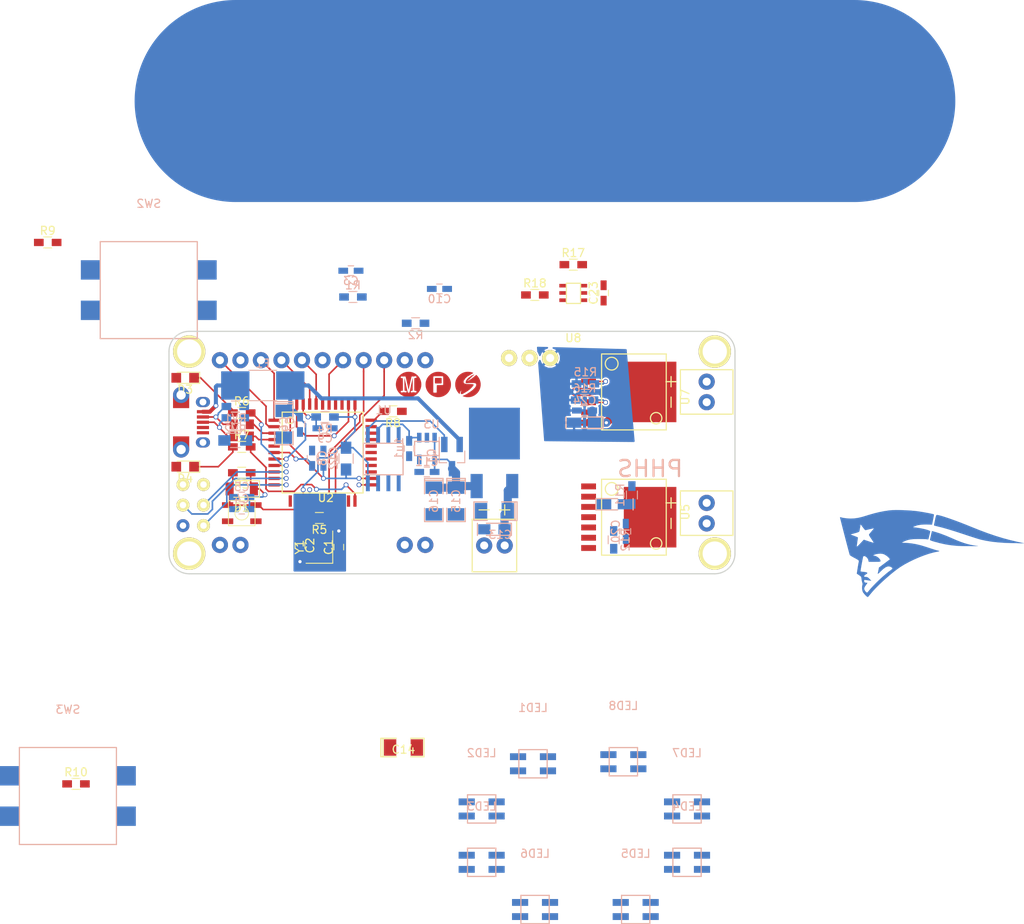
<source format=kicad_pcb>
(kicad_pcb (version 4) (host pcbnew 4.0.5-e0-6337~49~ubuntu14.04.1)
  (layers (0 F.Cu signal) (31 B.Cu signal) (34 B.Paste user) (35 F.Paste user) (36 B.SilkS user hide) (37 F.SilkS user) (38 B.Mask user) (39 F.Mask user) (44 Edge.Cuts user))
  (net 0 "")
  (net 1 +3V3)
  (net 2 GND)
  (net 3 "Net-(C1-Pad1)")
  (net 4 "Net-(C2-Pad1)")
  (net 5 "Net-(C3-Pad1)")
  (net 6 "Net-(C4-Pad1)")
  (net 7 VUSB)
  (net 8 "Net-(C8-Pad1)")
  (net 9 "Net-(C9-Pad1)")
  (net 10 +5V)
  (net 11 "Net-(C12-Pad1)")
  (net 12 VSS)
  (net 13 RESET)
  (net 14 "Net-(D3-Pad1)")
  (net 15 "Net-(D4-Pad1)")
  (net 16 "Net-(F1-Pad2)")
  (net 17 "Net-(L1-Pad2)")
  (net 18 "Net-(LED1-Pad1)")
  (net 19 NEOPIXEL)
  (net 20 "Net-(LED2-Pad1)")
  (net 21 "Net-(LED3-Pad1)")
  (net 22 "Net-(LED4-Pad1)")
  (net 23 "Net-(LED5-Pad1)")
  (net 24 "Net-(LED6-Pad1)")
  (net 25 "Net-(LED7-Pad1)")
  (net 26 "Net-(LED8-Pad1)")
  (net 27 "Net-(P1-Pad2)")
  (net 28 "Net-(P1-Pad3)")
  (net 29 "Net-(P1-Pad4)")
  (net 30 "Net-(P3-Pad1)")
  (net 31 "Net-(P3-Pad2)")
  (net 32 "Net-(P3-Pad3)")
  (net 33 "Net-(P3-Pad4)")
  (net 34 MISO)
  (net 35 SCK)
  (net 36 MOSI)
  (net 37 "Net-(P5-Pad2)")
  (net 38 "Net-(P5-Pad1)")
  (net 39 "Net-(P6-Pad2)")
  (net 40 "Net-(P6-Pad1)")
  (net 41 SERVO)
  (net 42 "Net-(Q1-Pad1)")
  (net 43 "Net-(R6-Pad2)")
  (net 44 "Net-(R7-Pad2)")
  (net 45 "Net-(R8-Pad2)")
  (net 46 BUTTON_A)
  (net 47 BUTTON_B)
  (net 48 FIN1)
  (net 49 RIN1)
  (net 50 SCL)
  (net 51 SDA)
  (net 52 FIN2)
  (net 53 RIN2)
  (net 54 JOYSTICK_X)
  (net 55 JOYSTICK_Y)
  (net 56 D-)
  (net 57 D+)
  (net 58 "Net-(U2-Pad21)")
  (net 59 "Net-(U2-Pad28)")
  (net 60 "Net-(U3-Pad4)")
  (net 61 "Net-(U2-Pad12)")
  (net 62 "Net-(P3-Pad5)")
  (net 63 "Net-(U9-Pad2)")
  (net 64 "Net-(U9-Pad3)")
  (module Capacitors_SMD:C_0603_HandSoldering (layer B.Cu) (at 217.7 113.2 90)
    (fp_text reference C8 (at 0 1.25 90) (layer B.SilkS) (effects (justify mirror)))
    (fp_text value 1u0)
    (pad 1 smd rect (at -0.95 0 90) (size 1.2 0.75) (layers B.Cu B.Paste B.Mask) (net 8 "Net-(C8-Pad1)"))
    (pad 2 smd rect (at 0.95 0 90) (size 1.2 0.75) (layers B.Cu B.Paste B.Mask) (net 2 GND))
  )
  (module KiCad_Footprints:ZF_CONN_USB-MICRO-B-SMD-holes (layer F.Cu) (at 201.5 108.75 270)
    (fp_text reference P1)
    (fp_text value USB_OTG hide)
    (pad 6 thru_hole oval (at 3.375 0 270) (size 2 2) (drill 1.15) (layers *.Cu *.Mask) (net 17 "Net-(L1-Pad2)"))
    (pad 6 thru_hole oval (at -3.375 0 270) (size 2 2) (drill 1.15) (layers *.Cu *.Mask) (net 17 "Net-(L1-Pad2)"))
    (pad 1 smd rect (at -1.3 -2.7 270) (size 0.4 1.5) (layers F.Cu F.Paste F.Mask) (net 16 "Net-(F1-Pad2)"))
    (pad 2 smd rect (at -0.65 -2.7 270) (size 0.4 1.5) (layers F.Cu F.Paste F.Mask) (net 27 "Net-(P1-Pad2)"))
    (pad 3 smd rect (at 0 -2.7 270) (size 0.4 1.5) (layers F.Cu F.Paste F.Mask) (net 28 "Net-(P1-Pad3)"))
    (pad 4 smd rect (at 0.65 -2.7 270) (size 0.4 1.5) (layers F.Cu F.Paste F.Mask) (net 29 "Net-(P1-Pad4)"))
    (pad 5 smd rect (at 1.3 -2.7 270) (size 0.4 1.5) (layers F.Cu F.Paste F.Mask) (net 2 GND))
    (pad 6 thru_hole oval (at 2.5 -2.7 270) (size 1.25 1.75) (drill 0.85) (layers *.Cu *.Mask) (net 17 "Net-(L1-Pad2)"))
    (pad 6 thru_hole oval (at -2.5 -2.7 270) (size 1.25 1.75) (drill 0.85) (layers *.Cu *.Mask) (net 17 "Net-(L1-Pad2)"))
    (pad 6 smd rect (at -2.5 0 270) (size 1.5 2) (layers F.Cu F.Paste F.Mask) (net 17 "Net-(L1-Pad2)"))
    (pad 6 smd rect (at 2.5 0 270) (size 1.5 2) (layers F.Cu F.Paste F.Mask) (net 17 "Net-(L1-Pad2)"))
  )
  (module Capacitors_SMD:C_0603_HandSoldering (layer B.Cu) (at 216.2 109 270)
    (fp_text reference C7 (at 0 1.25 270) (layer B.SilkS) (effects (justify mirror)))
    (fp_text value C)
    (pad 1 smd rect (at -0.95 0 270) (size 1.2 0.75) (layers B.Cu B.Paste B.Mask) (net 7 VUSB))
    (pad 2 smd rect (at 0.95 0 270) (size 1.2 0.75) (layers B.Cu B.Paste B.Mask) (net 2 GND))
  )
  (module Capacitors_SMD:C_0603_HandSoldering (layer B.Cu) (at 229.7 112 270)
    (fp_text reference 1u1 (at 0 1.25 270) (layer B.SilkS) (effects (justify mirror)))
    (fp_text value C)
    (pad 1 smd rect (at -0.95 0 270) (size 1.2 0.75) (layers B.Cu B.Paste B.Mask) (net 1 +3V3))
    (pad 2 smd rect (at 0.95 0 270) (size 1.2 0.75) (layers B.Cu B.Paste B.Mask) (net 2 GND))
  )
  (module Capacitors_SMD:C_0603_HandSoldering (layer F.Cu) (at 221 124.2 90)
    (fp_text reference C1 (at 0 -1.25 90) (layer F.SilkS))
    (fp_text value 22p)
    (pad 1 smd rect (at -0.95 0 90) (size 1.2 0.75) (layers F.Cu F.Paste F.Mask) (net 3 "Net-(C1-Pad1)"))
    (pad 2 smd rect (at 0.95 0 90) (size 1.2 0.75) (layers F.Cu F.Paste F.Mask) (net 2 GND))
  )
  (module Capacitors_SMD:C_0603_HandSoldering (layer F.Cu) (at 216.2 124 270)
    (fp_text reference C2 (at 0 -1.25 270) (layer F.SilkS))
    (fp_text value 22p)
    (pad 1 smd rect (at -0.95 0 270) (size 1.2 0.75) (layers F.Cu F.Paste F.Mask) (net 4 "Net-(C2-Pad1)"))
    (pad 2 smd rect (at 0.95 0 270) (size 1.2 0.75) (layers F.Cu F.Paste F.Mask) (net 2 GND))
  )
  (module Capacitors_SMD:C_0603_HandSoldering (layer B.Cu) (at 222.5 90)
    (fp_text reference C3 (at 0 1.25) (layer B.SilkS) (effects (justify mirror)))
    (fp_text value C)
    (pad 1 smd rect (at -0.95 0) (size 1.2 0.75) (layers B.Cu B.Paste B.Mask) (net 5 "Net-(C3-Pad1)"))
    (pad 2 smd rect (at 0.95 0) (size 1.2 0.75) (layers B.Cu B.Paste B.Mask) (net 2 GND))
  )
  (module Capacitors_SMD:C_0603_HandSoldering (layer B.Cu) (at 209 119.5 180)
    (fp_text reference C4 (at 0 1.25 180) (layer B.SilkS) (effects (justify mirror)))
    (fp_text value 0u1)
    (pad 1 smd rect (at -0.95 0 180) (size 1.2 0.75) (layers B.Cu B.Paste B.Mask) (net 6 "Net-(C4-Pad1)"))
    (pad 2 smd rect (at 0.95 0 180) (size 1.2 0.75) (layers B.Cu B.Paste B.Mask) (net 2 GND))
  )
  (module Capacitors_SMD:C_0603_HandSoldering (layer B.Cu) (at 209 118 180)
    (fp_text reference C5 (at 0 1.25 180) (layer B.SilkS) (effects (justify mirror)))
    (fp_text value 0u1)
    (pad 1 smd rect (at -0.95 0 180) (size 1.2 0.75) (layers B.Cu B.Paste B.Mask) (net 6 "Net-(C4-Pad1)"))
    (pad 2 smd rect (at 0.95 0 180) (size 1.2 0.75) (layers B.Cu B.Paste B.Mask) (net 2 GND))
  )
  (module SMD_Packages:SMD-1206_Pol (layer B.Cu) (at 214.2 109 270)
    (fp_text reference C6 (at 0 0 270) (layer B.SilkS) (effects (justify mirror)))
    (fp_text value CP)
    (pad 1 smd rect (at -1.651 0 270) (size 1.524 2.032) (layers B.Cu B.Paste B.Mask) (net 7 VUSB))
    (pad 2 smd rect (at 1.651 0 270) (size 1.524 2.032) (layers B.Cu B.Paste B.Mask) (net 2 GND))
  )
  (module Capacitors_SMD:C_0603_HandSoldering (layer B.Cu) (at 219.3 109.5)
    (fp_text reference C9 (at 0 1.25) (layer B.SilkS) (effects (justify mirror)))
    (fp_text value 0u1)
    (pad 1 smd rect (at -0.95 0) (size 1.2 0.75) (layers B.Cu B.Paste B.Mask) (net 9 "Net-(C9-Pad1)"))
    (pad 2 smd rect (at 0.95 0) (size 1.2 0.75) (layers B.Cu B.Paste B.Mask) (net 2 GND))
  )
  (module Capacitors_SMD:C_0603_HandSoldering (layer B.Cu) (at 233.45 92.25)
    (fp_text reference C10 (at 0 1.25) (layer B.SilkS) (effects (justify mirror)))
    (fp_text value C)
    (pad 1 smd rect (at -0.95 0) (size 1.2 0.75) (layers B.Cu B.Paste B.Mask) (net 10 +5V))
    (pad 2 smd rect (at 0.95 0) (size 1.2 0.75) (layers B.Cu B.Paste B.Mask) (net 2 GND))
  )
  (module Capacitors_SMD:C_0603_HandSoldering (layer B.Cu) (at 231.9 114.9 180)
    (fp_text reference C11 (at 0 1.25 180) (layer B.SilkS) (effects (justify mirror)))
    (fp_text value 1u)
    (pad 1 smd rect (at -0.95 0 180) (size 1.2 0.75) (layers B.Cu B.Paste B.Mask) (net 10 +5V))
    (pad 2 smd rect (at 0.95 0 180) (size 1.2 0.75) (layers B.Cu B.Paste B.Mask) (net 2 GND))
  )
  (module Capacitors_SMD:C_0603_HandSoldering (layer B.Cu) (at 219.1 113.2 90)
    (fp_text reference C12 (at 0 1.25 90) (layer B.SilkS) (effects (justify mirror)))
    (fp_text value 1u0)
    (pad 1 smd rect (at -0.95 0 90) (size 1.2 0.75) (layers B.Cu B.Paste B.Mask) (net 11 "Net-(C12-Pad1)"))
    (pad 2 smd rect (at 0.95 0 90) (size 1.2 0.75) (layers B.Cu B.Paste B.Mask) (net 2 GND))
  )
  (module SMD_Packages:SMD-1206_Pol (layer B.Cu) (at 240.25 119.75 180)
    (fp_text reference C13 (at -0.71 -2.908 180) (layer B.SilkS) (effects (justify mirror)))
    (fp_text value CP)
    (pad 1 smd rect (at -1.651 0 180) (size 1.524 2.032) (layers B.Cu B.Paste B.Mask) (net 12 VSS))
    (pad 2 smd rect (at 1.651 0 180) (size 1.524 2.032) (layers B.Cu B.Paste B.Mask) (net 2 GND))
  )
  (module SMD_Packages:SMD-1206_Pol (layer F.Cu) (at 229 149)
    (fp_text reference C14 (at 0 0.25) (layer F.SilkS))
    (fp_text value CP)
    (pad 1 smd rect (at -1.651 0) (size 1.524 2.032) (layers F.Cu F.Paste F.Mask) (net 10 +5V))
    (pad 2 smd rect (at 1.651 0) (size 1.524 2.032) (layers F.Cu F.Paste F.Mask) (net 2 GND))
  )
  (module SMD_Packages:SMD-1206_Pol (layer B.Cu) (at 235.5 118.5 270)
    (fp_text reference C15 (at 0 0 270) (layer B.SilkS) (effects (justify mirror)))
    (fp_text value 10u)
    (pad 1 smd rect (at -1.651 0 270) (size 1.524 2.032) (layers B.Cu B.Paste B.Mask) (net 10 +5V))
    (pad 2 smd rect (at 1.651 0 270) (size 1.524 2.032) (layers B.Cu B.Paste B.Mask) (net 2 GND))
  )
  (module SMD_Packages:SMD-1206_Pol (layer B.Cu) (at 232.75 118.5 270)
    (fp_text reference C16 (at 0 0 270) (layer B.SilkS) (effects (justify mirror)))
    (fp_text value CP)
    (pad 1 smd rect (at -1.651 0 270) (size 1.524 2.032) (layers B.Cu B.Paste B.Mask) (net 10 +5V))
    (pad 2 smd rect (at 1.651 0 270) (size 1.524 2.032) (layers B.Cu B.Paste B.Mask) (net 2 GND))
  )
  (module Capacitors_SMD:C_0603_HandSoldering (layer B.Cu) (at 256.5 122.25 270)
    (fp_text reference C20 (at 0 1.25 270) (layer B.SilkS) (effects (justify mirror)))
    (fp_text value 0u1)
    (pad 1 smd rect (at -0.95 0 270) (size 1.2 0.75) (layers B.Cu B.Paste B.Mask) (net 10 +5V))
    (pad 2 smd rect (at 0.95 0 270) (size 1.2 0.75) (layers B.Cu B.Paste B.Mask) (net 2 GND))
  )
  (module Capacitors_SMD:C_0603_HandSoldering (layer F.Cu) (at 253.75 92.75 90)
    (fp_text reference C23 (at 0 -1.25 90) (layer F.SilkS))
    (fp_text value C)
    (pad 1 smd rect (at -0.95 0 90) (size 1.2 0.75) (layers F.Cu F.Paste F.Mask) (net 1 +3V3))
    (pad 2 smd rect (at 0.95 0 90) (size 1.2 0.75) (layers F.Cu F.Paste F.Mask) (net 2 GND))
  )
  (module Capacitors_SMD:C_0603_HandSoldering (layer B.Cu) (at 251.4 107.3 180)
    (fp_text reference C24 (at 0 1.25 180) (layer B.SilkS) (effects (justify mirror)))
    (fp_text value 0u1)
    (pad 1 smd rect (at -0.95 0 180) (size 1.2 0.75) (layers B.Cu B.Paste B.Mask) (net 10 +5V))
    (pad 2 smd rect (at 0.95 0 180) (size 1.2 0.75) (layers B.Cu B.Paste B.Mask) (net 2 GND))
  )
  (module Diodes_SMD:D_1206 (layer F.Cu) (at 209 117 180)
    (fp_text reference D1 (at 0 -2.3 180) (layer F.SilkS))
    (fp_text value CD1206-S01575)
    (pad 1 smd rect (at -1.5 0 180) (size 1 1.6) (layers F.Cu F.Paste F.Mask) (net 6 "Net-(C4-Pad1)"))
    (pad 2 smd rect (at 1.5 0 180) (size 1 1.6) (layers F.Cu F.Paste F.Mask) (net 13 RESET))
  )
  (module LEDs:LED_0805 (layer F.Cu) (at 202 103.25 180)
    (fp_text reference D3 (at 0 -1.45 180) (layer F.SilkS))
    (fp_text value RXLED)
    (pad 2 smd rect (at 1.1 0) (size 1.2 1.2) (layers F.Cu F.Paste F.Mask) (net 10 +5V))
    (pad 1 smd rect (at -1.1 0) (size 1.2 1.2) (layers F.Cu F.Paste F.Mask) (net 14 "Net-(D3-Pad1)"))
  )
  (module LEDs:LED_0805 (layer F.Cu) (at 202 114.25 180)
    (fp_text reference D4 (at 0 -1.45 180) (layer F.SilkS))
    (fp_text value TXLED)
    (pad 2 smd rect (at 1.1 0) (size 1.2 1.2) (layers F.Cu F.Paste F.Mask) (net 10 +5V))
    (pad 1 smd rect (at -1.1 0) (size 1.2 1.2) (layers F.Cu F.Paste F.Mask) (net 15 "Net-(D4-Pad1)"))
  )
  (module Resistors_SMD:R_1812_HandSoldering (layer B.Cu) (at 211.6 104.2 180)
    (fp_text reference F1 (at 0 2.72 180) (layer B.SilkS) (effects (justify mirror)))
    (fp_text value Polyfuse)
    (pad 1 smd rect (at -3.4 0 180) (size 3.5 3.5) (layers B.Cu B.Paste B.Mask) (net 7 VUSB))
    (pad 2 smd rect (at 3.4 0 180) (size 3.5 3.5) (layers B.Cu B.Paste B.Mask) (net 16 "Net-(F1-Pad2)"))
  )
  (module Resistors_SMD:R_0805_HandSoldering (layer B.Cu) (at 208.2 111 180)
    (fp_text reference L1 (at 0 1.7 180) (layer B.SilkS) (effects (justify mirror)))
    (fp_text value Ferrite_Bead)
    (pad 1 smd rect (at -1.35 0 180) (size 1.5 1.3) (layers B.Cu B.Paste B.Mask) (net 2 GND))
    (pad 2 smd rect (at 1.35 0 180) (size 1.5 1.3) (layers B.Cu B.Paste B.Mask) (net 17 "Net-(L1-Pad2)"))
  )
  (module Resistors_SMD:R_0805_HandSoldering (layer B.Cu) (at 221.9 113.25 270)
    (fp_text reference L2 (at 0 1.7 270) (layer B.SilkS) (effects (justify mirror)))
    (fp_text value MH2029-300Y)
    (pad 1 smd rect (at -1.35 0 270) (size 1.5 1.3) (layers B.Cu B.Paste B.Mask) (net 10 +5V))
    (pad 2 smd rect (at 1.35 0 270) (size 1.5 1.3) (layers B.Cu B.Paste B.Mask) (net 11 "Net-(C12-Pad1)"))
  )
  (module DM_Custom:SR_CUSTOM_NEO_PIX (layer B.Cu) (at 245.02 151.012)
    (fp_text reference LED1 (at 0 -6.9215) (layer B.SilkS) (effects (justify mirror)))
    (fp_text value NeoPixel)
    (pad 1 smd rect (at -1.85 0.875) (size 2 0.85) (layers B.Cu B.Paste B.Mask) (net 18 "Net-(LED1-Pad1)"))
    (pad 2 smd rect (at -1.85 -0.875) (size 2 0.85) (layers B.Cu B.Paste B.Mask) (net 2 GND))
    (pad 3 smd rect (at 1.85 -0.875) (size 2 0.85) (layers B.Cu B.Paste B.Mask) (net 19 NEOPIXEL))
    (pad 4 smd rect (at 1.85 0.875) (size 2 0.85) (layers B.Cu B.Paste B.Mask) (net 10 +5V))
  )
  (module DM_Custom:SR_CUSTOM_NEO_PIX (layer B.Cu) (at 238.67 156.6)
    (fp_text reference LED2 (at 0 -6.9215) (layer B.SilkS) (effects (justify mirror)))
    (fp_text value NeoPixel)
    (pad 1 smd rect (at -1.85 0.875) (size 2 0.85) (layers B.Cu B.Paste B.Mask) (net 20 "Net-(LED2-Pad1)"))
    (pad 2 smd rect (at -1.85 -0.875) (size 2 0.85) (layers B.Cu B.Paste B.Mask) (net 2 GND))
    (pad 3 smd rect (at 1.85 -0.875) (size 2 0.85) (layers B.Cu B.Paste B.Mask) (net 18 "Net-(LED1-Pad1)"))
    (pad 4 smd rect (at 1.85 0.875) (size 2 0.85) (layers B.Cu B.Paste B.Mask) (net 10 +5V))
  )
  (module DM_Custom:SR_CUSTOM_NEO_PIX (layer B.Cu) (at 238.67 163.204)
    (fp_text reference LED3 (at 0 -6.9215) (layer B.SilkS) (effects (justify mirror)))
    (fp_text value NeoPixel)
    (pad 1 smd rect (at -1.85 0.875) (size 2 0.85) (layers B.Cu B.Paste B.Mask) (net 21 "Net-(LED3-Pad1)"))
    (pad 2 smd rect (at -1.85 -0.875) (size 2 0.85) (layers B.Cu B.Paste B.Mask) (net 2 GND))
    (pad 3 smd rect (at 1.85 -0.875) (size 2 0.85) (layers B.Cu B.Paste B.Mask) (net 20 "Net-(LED2-Pad1)"))
    (pad 4 smd rect (at 1.85 0.875) (size 2 0.85) (layers B.Cu B.Paste B.Mask) (net 10 +5V))
  )
  (module DM_Custom:SR_CUSTOM_NEO_PIX (layer B.Cu) (at 264.07 163.204)
    (fp_text reference LED4 (at 0 -6.9215) (layer B.SilkS) (effects (justify mirror)))
    (fp_text value NeoPixel)
    (pad 1 smd rect (at -1.85 0.875) (size 2 0.85) (layers B.Cu B.Paste B.Mask) (net 22 "Net-(LED4-Pad1)"))
    (pad 2 smd rect (at -1.85 -0.875) (size 2 0.85) (layers B.Cu B.Paste B.Mask) (net 2 GND))
    (pad 3 smd rect (at 1.85 -0.875) (size 2 0.85) (layers B.Cu B.Paste B.Mask) (net 21 "Net-(LED3-Pad1)"))
    (pad 4 smd rect (at 1.85 0.875) (size 2 0.85) (layers B.Cu B.Paste B.Mask) (net 10 +5V))
  )
  (module DM_Custom:SR_CUSTOM_NEO_PIX (layer B.Cu) (at 257.72 169.046)
    (fp_text reference LED5 (at 0 -6.9215) (layer B.SilkS) (effects (justify mirror)))
    (fp_text value NeoPixel)
    (pad 1 smd rect (at -1.85 0.875) (size 2 0.85) (layers B.Cu B.Paste B.Mask) (net 23 "Net-(LED5-Pad1)"))
    (pad 2 smd rect (at -1.85 -0.875) (size 2 0.85) (layers B.Cu B.Paste B.Mask) (net 2 GND))
    (pad 3 smd rect (at 1.85 -0.875) (size 2 0.85) (layers B.Cu B.Paste B.Mask) (net 22 "Net-(LED4-Pad1)"))
    (pad 4 smd rect (at 1.85 0.875) (size 2 0.85) (layers B.Cu B.Paste B.Mask) (net 10 +5V))
  )
  (module DM_Custom:SR_CUSTOM_NEO_PIX (layer B.Cu) (at 245.274 169.046)
    (fp_text reference LED6 (at 0 -6.9215) (layer B.SilkS) (effects (justify mirror)))
    (fp_text value NeoPixel)
    (pad 1 smd rect (at -1.85 0.875) (size 2 0.85) (layers B.Cu B.Paste B.Mask) (net 24 "Net-(LED6-Pad1)"))
    (pad 2 smd rect (at -1.85 -0.875) (size 2 0.85) (layers B.Cu B.Paste B.Mask) (net 2 GND))
    (pad 3 smd rect (at 1.85 -0.875) (size 2 0.85) (layers B.Cu B.Paste B.Mask) (net 23 "Net-(LED5-Pad1)"))
    (pad 4 smd rect (at 1.85 0.875) (size 2 0.85) (layers B.Cu B.Paste B.Mask) (net 10 +5V))
  )
  (module DM_Custom:SR_CUSTOM_NEO_PIX (layer B.Cu) (at 264.07 156.6)
    (fp_text reference LED7 (at 0 -6.9215) (layer B.SilkS) (effects (justify mirror)))
    (fp_text value NeoPixel)
    (pad 1 smd rect (at -1.85 0.875) (size 2 0.85) (layers B.Cu B.Paste B.Mask) (net 25 "Net-(LED7-Pad1)"))
    (pad 2 smd rect (at -1.85 -0.875) (size 2 0.85) (layers B.Cu B.Paste B.Mask) (net 2 GND))
    (pad 3 smd rect (at 1.85 -0.875) (size 2 0.85) (layers B.Cu B.Paste B.Mask) (net 24 "Net-(LED6-Pad1)"))
    (pad 4 smd rect (at 1.85 0.875) (size 2 0.85) (layers B.Cu B.Paste B.Mask) (net 10 +5V))
  )
  (module DM_Custom:SR_CUSTOM_NEO_PIX (layer B.Cu) (at 256.196 150.758)
    (fp_text reference LED8 (at 0 -6.9215) (layer B.SilkS) (effects (justify mirror)))
    (fp_text value NeoPixel)
    (pad 1 smd rect (at -1.85 0.875) (size 2 0.85) (layers B.Cu B.Paste B.Mask) (net 26 "Net-(LED8-Pad1)"))
    (pad 2 smd rect (at -1.85 -0.875) (size 2 0.85) (layers B.Cu B.Paste B.Mask) (net 2 GND))
    (pad 3 smd rect (at 1.85 -0.875) (size 2 0.85) (layers B.Cu B.Paste B.Mask) (net 25 "Net-(LED7-Pad1)"))
    (pad 4 smd rect (at 1.85 0.875) (size 2 0.85) (layers B.Cu B.Paste B.Mask) (net 10 +5V))
  )
  (module TO_SOT_Packages_SMD:SOT-23_Handsoldering (layer B.Cu) (at 235 113 270)
    (fp_text reference Q1 (at 0 2.5 270) (layer B.SilkS) (effects (justify mirror)))
    (fp_text value FDN340P)
    (pad 1 smd rect (at -1.5 0.95 270) (size 1.9 0.8) (layers B.Cu B.Paste B.Mask) (net 42 "Net-(Q1-Pad1)"))
    (pad 2 smd rect (at -1.5 -0.95 270) (size 1.9 0.8) (layers B.Cu B.Paste B.Mask) (net 7 VUSB))
    (pad 3 smd rect (at 1.5 0 270) (size 1.9 0.8) (layers B.Cu B.Paste B.Mask) (net 10 +5V))
  )
  (module Resistors_SMD:R_0603_HandSoldering (layer B.Cu) (at 222.75 93.25 180)
    (fp_text reference R1 (at 0 1.45 180) (layer B.SilkS) (effects (justify mirror)))
    (fp_text value 10k)
    (pad 1 smd rect (at -1.1 0 180) (size 1.2 0.9) (layers B.Cu B.Paste B.Mask) (net 12 VSS))
    (pad 2 smd rect (at 1.1 0 180) (size 1.2 0.9) (layers B.Cu B.Paste B.Mask) (net 5 "Net-(C3-Pad1)"))
  )
  (module Resistors_SMD:R_0603_HandSoldering (layer B.Cu) (at 230.5 96.5)
    (fp_text reference R2 (at 0 1.45) (layer B.SilkS) (effects (justify mirror)))
    (fp_text value 10k)
    (pad 1 smd rect (at -1.1 0) (size 1.2 0.9) (layers B.Cu B.Paste B.Mask) (net 5 "Net-(C3-Pad1)"))
    (pad 2 smd rect (at 1.1 0) (size 1.2 0.9) (layers B.Cu B.Paste B.Mask) (net 2 GND))
  )
  (module Resistors_SMD:R_0603_HandSoldering (layer F.Cu) (at 209 115 180)
    (fp_text reference R3 (at 0 -1.45 180) (layer F.SilkS))
    (fp_text value 10k)
    (pad 1 smd rect (at -1.1 0 180) (size 1.2 0.9) (layers F.Cu F.Paste F.Mask) (net 6 "Net-(C4-Pad1)"))
    (pad 2 smd rect (at 1.1 0 180) (size 1.2 0.9) (layers F.Cu F.Paste F.Mask) (net 13 RESET))
  )
  (module Resistors_SMD:R_0603_HandSoldering (layer B.Cu) (at 219.3 108.1)
    (fp_text reference R4 (at 0 1.45) (layer B.SilkS) (effects (justify mirror)))
    (fp_text value R)
    (pad 1 smd rect (at -1.1 0) (size 1.2 0.9) (layers B.Cu B.Paste B.Mask) (net 9 "Net-(C9-Pad1)"))
    (pad 2 smd rect (at 1.1 0) (size 1.2 0.9) (layers B.Cu B.Paste B.Mask) (net 10 +5V))
  )
  (module Resistors_SMD:R_0603_HandSoldering (layer F.Cu) (at 218.6 120.6 180)
    (fp_text reference R5 (at 0 -1.45 180) (layer F.SilkS))
    (fp_text value 1M)
    (pad 1 smd rect (at -1.1 0 180) (size 1.2 0.9) (layers F.Cu F.Paste F.Mask) (net 3 "Net-(C1-Pad1)"))
    (pad 2 smd rect (at 1.1 0 180) (size 1.2 0.9) (layers F.Cu F.Paste F.Mask) (net 4 "Net-(C2-Pad1)"))
  )
  (module Resistors_SMD:R_0603_HandSoldering (layer F.Cu) (at 209 107.6)
    (fp_text reference R6 (at 0 -1.45) (layer F.SilkS))
    (fp_text value 1k)
    (pad 1 smd rect (at -1.1 0) (size 1.2 0.9) (layers F.Cu F.Paste F.Mask) (net 14 "Net-(D3-Pad1)"))
    (pad 2 smd rect (at 1.1 0) (size 1.2 0.9) (layers F.Cu F.Paste F.Mask) (net 43 "Net-(R6-Pad2)"))
  )
  (module Resistors_SMD:R_0603_HandSoldering (layer F.Cu) (at 209 111.8)
    (fp_text reference R7 (at 0 -1.45) (layer F.SilkS))
    (fp_text value 1k)
    (pad 1 smd rect (at -1.1 0) (size 1.2 0.9) (layers F.Cu F.Paste F.Mask) (net 15 "Net-(D4-Pad1)"))
    (pad 2 smd rect (at 1.1 0) (size 1.2 0.9) (layers F.Cu F.Paste F.Mask) (net 44 "Net-(R7-Pad2)"))
  )
  (module Resistors_SMD:R_0603_HandSoldering (layer F.Cu) (at 227.7 107.4 180)
    (fp_text reference R8 (at 0 -1.45 180) (layer F.SilkS))
    (fp_text value R)
    (pad 1 smd rect (at -1.1 0 180) (size 1.2 0.9) (layers F.Cu F.Paste F.Mask) (net 2 GND))
    (pad 2 smd rect (at 1.1 0 180) (size 1.2 0.9) (layers F.Cu F.Paste F.Mask) (net 45 "Net-(R8-Pad2)"))
  )
  (module Resistors_SMD:R_0603_HandSoldering (layer F.Cu) (at 185 86.5)
    (fp_text reference R9 (at 0 -1.45) (layer F.SilkS))
    (fp_text value 10k)
    (pad 1 smd rect (at -1.1 0) (size 1.2 0.9) (layers F.Cu F.Paste F.Mask) (net 46 BUTTON_A))
    (pad 2 smd rect (at 1.1 0) (size 1.2 0.9) (layers F.Cu F.Paste F.Mask) (net 2 GND))
  )
  (module Resistors_SMD:R_0603_HandSoldering (layer F.Cu) (at 188.5 153.5)
    (fp_text reference R10 (at 0 -1.45) (layer F.SilkS))
    (fp_text value 10k)
    (pad 1 smd rect (at -1.1 0) (size 1.2 0.9) (layers F.Cu F.Paste F.Mask) (net 47 BUTTON_B))
    (pad 2 smd rect (at 1.1 0) (size 1.2 0.9) (layers F.Cu F.Paste F.Mask) (net 2 GND))
  )
  (module Resistors_SMD:R_0603_HandSoldering (layer B.Cu) (at 257.25 117.75 270)
    (fp_text reference R11 (at 0 1.45 270) (layer B.SilkS) (effects (justify mirror)))
    (fp_text value 10k)
    (pad 1 smd rect (at -1.1 0 270) (size 1.2 0.9) (layers B.Cu B.Paste B.Mask) (net 48 FIN1))
    (pad 2 smd rect (at 1.1 0 270) (size 1.2 0.9) (layers B.Cu B.Paste B.Mask) (net 2 GND))
  )
  (module Resistors_SMD:R_0603_HandSoldering (layer B.Cu) (at 255 123.3 90)
    (fp_text reference R12 (at 0 1.45 90) (layer B.SilkS) (effects (justify mirror)))
    (fp_text value 10k)
    (pad 1 smd rect (at -1.1 0 90) (size 1.2 0.9) (layers B.Cu B.Paste B.Mask) (net 49 RIN1))
    (pad 2 smd rect (at 1.1 0 90) (size 1.2 0.9) (layers B.Cu B.Paste B.Mask) (net 2 GND))
  )
  (module Resistors_SMD:R_0603_HandSoldering (layer B.Cu) (at 251.5 104 180)
    (fp_text reference R15 (at 0 1.45 180) (layer B.SilkS) (effects (justify mirror)))
    (fp_text value 10k)
    (pad 1 smd rect (at -1.1 0 180) (size 1.2 0.9) (layers B.Cu B.Paste B.Mask) (net 52 FIN2))
    (pad 2 smd rect (at 1.1 0 180) (size 1.2 0.9) (layers B.Cu B.Paste B.Mask) (net 2 GND))
  )
  (module Resistors_SMD:R_0603_HandSoldering (layer B.Cu) (at 251.4 106 180)
    (fp_text reference R16 (at 0 1.45 180) (layer B.SilkS) (effects (justify mirror)))
    (fp_text value 10k)
    (pad 1 smd rect (at -1.1 0 180) (size 1.2 0.9) (layers B.Cu B.Paste B.Mask) (net 53 RIN2))
    (pad 2 smd rect (at 1.1 0 180) (size 1.2 0.9) (layers B.Cu B.Paste B.Mask) (net 2 GND))
  )
  (module Resistors_SMD:R_0603_HandSoldering (layer F.Cu) (at 250 89.25)
    (fp_text reference R17 (at 0 -1.45) (layer F.SilkS))
    (fp_text value R)
    (pad 1 smd rect (at -1.1 0) (size 1.2 0.9) (layers F.Cu F.Paste F.Mask) (net 1 +3V3))
    (pad 2 smd rect (at 1.1 0) (size 1.2 0.9) (layers F.Cu F.Paste F.Mask) (net 50 SCL))
  )
  (module Resistors_SMD:R_0603_HandSoldering (layer F.Cu) (at 245.25 93)
    (fp_text reference R18 (at 0 -1.45) (layer F.SilkS))
    (fp_text value R)
    (pad 1 smd rect (at -1.1 0) (size 1.2 0.9) (layers F.Cu F.Paste F.Mask) (net 1 +3V3))
    (pad 2 smd rect (at 1.1 0) (size 1.2 0.9) (layers F.Cu F.Paste F.Mask) (net 51 SDA))
  )
  (module Resistors_SMD:R_0603_HandSoldering (layer B.Cu) (at 208.2 106.8)
    (fp_text reference RV1 (at 0 1.45) (layer B.SilkS) (effects (justify mirror)))
    (fp_text value Varistor)
    (pad 1 smd rect (at -1.1 0) (size 1.2 0.9) (layers B.Cu B.Paste B.Mask) (net 27 "Net-(P1-Pad2)"))
    (pad 2 smd rect (at 1.1 0) (size 1.2 0.9) (layers B.Cu B.Paste B.Mask) (net 2 GND))
  )
  (module Resistors_SMD:R_0603_HandSoldering (layer B.Cu) (at 208.2 108.2)
    (fp_text reference RV2 (at 0 1.45) (layer B.SilkS) (effects (justify mirror)))
    (fp_text value Varistor)
    (pad 1 smd rect (at -1.1 0) (size 1.2 0.9) (layers B.Cu B.Paste B.Mask) (net 28 "Net-(P1-Pad3)"))
    (pad 2 smd rect (at 1.1 0) (size 1.2 0.9) (layers B.Cu B.Paste B.Mask) (net 2 GND))
  )
  (module DM_Custom:DM_CUSTOM_B3FS-4 (layer B.Cu) (at 197.5 92.4)
    (fp_text reference SW2 (at 0 -10.7) (layer B.SilkS) (effects (justify mirror)))
    (fp_text value SWITCH)
    (pad 1 smd rect (at 7.2 -2.5) (size 2.4 2.4) (layers B.Cu B.Paste B.Mask) (net 46 BUTTON_A))
    (pad 2 smd rect (at -7.2 -2.5) (size 2.4 2.4) (layers B.Cu B.Paste B.Mask) (net 10 +5V))
    (pad 3 smd rect (at 7.2 2.5) (size 2.4 2.4) (layers B.Cu B.Paste B.Mask))
    (pad 4 smd rect (at -7.2 2.5) (size 2.4 2.4) (layers B.Cu B.Paste B.Mask))
  )
  (module DM_Custom:DM_CUSTOM_B3FS-4 (layer B.Cu) (at 187.5 155)
    (fp_text reference SW3 (at 0 -10.7) (layer B.SilkS) (effects (justify mirror)))
    (fp_text value SWITCH)
    (pad 1 smd rect (at 7.2 -2.5) (size 2.4 2.4) (layers B.Cu B.Paste B.Mask) (net 47 BUTTON_B))
    (pad 2 smd rect (at -7.2 -2.5) (size 2.4 2.4) (layers B.Cu B.Paste B.Mask) (net 10 +5V))
    (pad 3 smd rect (at 7.2 2.5) (size 2.4 2.4) (layers B.Cu B.Paste B.Mask))
    (pad 4 smd rect (at -7.2 2.5) (size 2.4 2.4) (layers B.Cu B.Paste B.Mask))
  )
  (module DM_Custom:DM_CUSTOM_LM398_S08 (layer B.Cu) (at 226.5 113.3)
    (fp_text reference U1 (at 0.05 -6.05) (layer B.SilkS) (effects (justify mirror)))
    (fp_text value LM358)
    (pad 1 smd rect (at -1.905 -2.97) (size 0.48 2.04) (layers B.Cu B.Paste B.Mask) (net 42 "Net-(Q1-Pad1)"))
    (pad 2 smd rect (at -0.635 -2.97) (size 0.48 2.04) (layers B.Cu B.Paste B.Mask) (net 1 +3V3))
    (pad 3 smd rect (at 0.635 -2.97) (size 0.48 2.04) (layers B.Cu B.Paste B.Mask) (net 5 "Net-(C3-Pad1)"))
    (pad 4 smd rect (at 1.905 -2.97) (size 0.48 2.04) (layers B.Cu B.Paste B.Mask) (net 2 GND))
    (pad 5 smd rect (at 1.905 2.97) (size 0.48 2.04) (layers B.Cu B.Paste B.Mask))
    (pad 6 smd rect (at 0.635 2.97) (size 0.48 2.04) (layers B.Cu B.Paste B.Mask))
    (pad 7 smd rect (at -0.635 2.97) (size 0.48 2.04) (layers B.Cu B.Paste B.Mask))
    (pad 8 smd rect (at -1.905 2.97) (size 0.48 2.04) (layers B.Cu B.Paste B.Mask) (net 10 +5V))
  )
  (module DM_Custom:XV_Custom_BD621 (layer F.Cu) (at 257.5 120.5 270)
    (fp_text reference U5 (at -0.635 -6.35 270) (layer F.SilkS))
    (fp_text value BD6212HFP-TR)
    (pad 1 smd rect (at -3.81 5.6055 270) (size 0.73 1.835) (layers F.Cu F.Paste F.Mask) (net 10 +5V))
    (pad 2 smd rect (at -2.54 5.6055 270) (size 0.73 1.835) (layers F.Cu F.Paste F.Mask) (net 38 "Net-(P5-Pad1)"))
    (pad 3 smd rect (at -1.27 5.6055 270) (size 0.73 1.835) (layers F.Cu F.Paste F.Mask) (net 48 FIN1))
    (pad 4 smd rect (at 0 5.6055 270) (size 0.73 1.835) (layers F.Cu F.Paste F.Mask) (net 2 GND))
    (pad 5 smd rect (at 1.27 5.6055 270) (size 0.73 1.835) (layers F.Cu F.Paste F.Mask) (net 49 RIN1))
    (pad 6 smd rect (at 2.54 5.6055 270) (size 0.73 1.835) (layers F.Cu F.Paste F.Mask) (net 37 "Net-(P5-Pad2)"))
    (pad 7 smd rect (at 3.81 5.6055 270) (size 0.73 1.835) (layers F.Cu F.Paste F.Mask) (net 10 +5V))
    (pad 8 smd rect (at 0 -2 270) (size 7.49 6.5) (layers F.Cu F.Paste F.Mask))
  )
  (module DM_Custom:XV_Custom_BD621 (layer F.Cu) (at 257.5 105 270)
    (fp_text reference U7 (at 0.635 -6.35 270) (layer F.SilkS))
    (fp_text value BD6212HFP-TR)
    (pad 1 smd rect (at -3.81 5.6055 270) (size 0.73 1.835) (layers F.Cu F.Paste F.Mask) (net 10 +5V))
    (pad 2 smd rect (at -2.54 5.6055 270) (size 0.73 1.835) (layers F.Cu F.Paste F.Mask) (net 40 "Net-(P6-Pad1)"))
    (pad 3 smd rect (at -1.27 5.6055 270) (size 0.73 1.835) (layers F.Cu F.Paste F.Mask) (net 52 FIN2))
    (pad 4 smd rect (at 0 5.6055 270) (size 0.73 1.835) (layers F.Cu F.Paste F.Mask) (net 2 GND))
    (pad 5 smd rect (at 1.27 5.6055 270) (size 0.73 1.835) (layers F.Cu F.Paste F.Mask) (net 53 RIN2))
    (pad 6 smd rect (at 2.54 5.6055 270) (size 0.73 1.835) (layers F.Cu F.Paste F.Mask) (net 39 "Net-(P6-Pad2)"))
    (pad 7 smd rect (at 3.81 5.6055 270) (size 0.73 1.835) (layers F.Cu F.Paste F.Mask) (net 10 +5V))
    (pad 8 smd rect (at 0 -2 270) (size 7.49 6.5) (layers F.Cu F.Paste F.Mask))
  )
  (module DM_Custom:SM_Custom_Si7006 (layer F.Cu) (at 250 92.75)
    (fp_text reference U8 (at 0 5.58) (layer F.SilkS))
    (fp_text value Si7006)
    (pad 1 smd rect (at -1.3 -0.9) (size 0.85 0.45) (layers F.Cu F.Paste F.Mask) (net 51 SDA))
    (pad 2 smd rect (at -1.3 0) (size 0.85 0.45) (layers F.Cu F.Paste F.Mask) (net 2 GND))
    (pad 3 smd rect (at -1.3 0.9) (size 0.85 0.45) (layers F.Cu F.Paste F.Mask))
    (pad 4 smd rect (at 1.3 0.9) (size 0.85 0.45) (layers F.Cu F.Paste F.Mask))
    (pad 5 smd rect (at 1.3 0) (size 0.85 0.45) (layers F.Cu F.Paste F.Mask) (net 1 +3V3))
    (pad 6 smd rect (at 1.3 -0.9) (size 0.85 0.45) (layers F.Cu F.Paste F.Mask) (net 50 SCL))
  )
  (module Crystals:Crystal_SMD_3225-4pin_3.2x2.5mm (layer F.Cu) (at 218.6 124.2 90)
    (fp_text reference Y1 (at 0 -2.45 90) (layer F.SilkS))
    (fp_text value 16M)
    (pad 1 smd rect (at -1.1 0.85 90) (size 1.4 1.2) (layers F.Cu F.Paste F.Mask) (net 3 "Net-(C1-Pad1)"))
    (pad 2 smd rect (at 1.1 0.85 90) (size 1.4 1.2) (layers F.Cu F.Paste F.Mask) (net 2 GND))
    (pad 3 smd rect (at 1.1 -0.85 90) (size 1.4 1.2) (layers F.Cu F.Paste F.Mask) (net 4 "Net-(C2-Pad1)"))
    (pad 4 smd rect (at -1.1 -0.85 90) (size 1.4 1.2) (layers F.Cu F.Paste F.Mask) (net 2 GND))
  )
  (module KiCad_Footprints:ZF_IC_TQFP44-0-8 (layer F.Cu) (at 219 112.5)
    (fp_text reference U2 (at 0.4 5.6) (layer F.SilkS))
    (fp_text value ATMEGA32U4-A)
    (pad 1 smd rect (at -6 -4) (size 1.4 0.4) (layers F.Cu F.Paste F.Mask) (net 30 "Net-(P3-Pad1)"))
    (pad 2 smd rect (at -6 -3.2) (size 1.4 0.4) (layers F.Cu F.Paste F.Mask) (net 10 +5V))
    (pad 3 smd rect (at -6 -2.4) (size 1.4 0.4) (layers F.Cu F.Paste F.Mask) (net 56 D-))
    (pad 4 smd rect (at -6 -1.6) (size 1.4 0.4) (layers F.Cu F.Paste F.Mask) (net 57 D+))
    (pad 5 smd rect (at -6 -0.8) (size 1.4 0.4) (layers F.Cu F.Paste F.Mask) (net 2 GND))
    (pad 6 smd rect (at -6 0) (size 1.4 0.4) (layers F.Cu F.Paste F.Mask) (net 8 "Net-(C8-Pad1)"))
    (pad 7 smd rect (at -6 0.8) (size 1.4 0.4) (layers F.Cu F.Paste F.Mask) (net 7 VUSB))
    (pad 8 smd rect (at -6 1.6) (size 1.4 0.4) (layers F.Cu F.Paste F.Mask) (net 43 "Net-(R6-Pad2)"))
    (pad 9 smd rect (at -6 2.4) (size 1.4 0.4) (layers F.Cu F.Paste F.Mask) (net 35 SCK))
    (pad 10 smd rect (at -6 3.2) (size 1.4 0.4) (layers F.Cu F.Paste F.Mask) (net 36 MOSI))
    (pad 11 smd rect (at -6 4) (size 1.4 0.4) (layers F.Cu F.Paste F.Mask) (net 34 MISO))
    (pad 12 smd rect (at -4 6 90) (size 1.4 0.4) (layers F.Cu F.Paste F.Mask) (net 61 "Net-(U2-Pad12)"))
    (pad 13 smd rect (at -3.2 6 90) (size 1.4 0.4) (layers F.Cu F.Paste F.Mask) (net 13 RESET))
    (pad 14 smd rect (at -2.4 6 90) (size 1.4 0.4) (layers F.Cu F.Paste F.Mask) (net 10 +5V))
    (pad 15 smd rect (at -1.6 6 90) (size 1.4 0.4) (layers F.Cu F.Paste F.Mask) (net 2 GND))
    (pad 16 smd rect (at -0.8 6 90) (size 1.4 0.4) (layers F.Cu F.Paste F.Mask) (net 4 "Net-(C2-Pad1)"))
    (pad 17 smd rect (at 0 6 90) (size 1.4 0.4) (layers F.Cu F.Paste F.Mask) (net 3 "Net-(C1-Pad1)"))
    (pad 18 smd rect (at 0.8 6 90) (size 1.4 0.4) (layers F.Cu F.Paste F.Mask) (net 50 SCL))
    (pad 19 smd rect (at 1.6 6 90) (size 1.4 0.4) (layers F.Cu F.Paste F.Mask) (net 51 SDA))
    (pad 20 smd rect (at 2.4 6 90) (size 1.4 0.4) (layers F.Cu F.Paste F.Mask) (net 19 NEOPIXEL))
    (pad 21 smd rect (at 3.2 6 90) (size 1.4 0.4) (layers F.Cu F.Paste F.Mask) (net 58 "Net-(U2-Pad21)"))
    (pad 22 smd rect (at 4 6 90) (size 1.4 0.4) (layers F.Cu F.Paste F.Mask) (net 44 "Net-(R7-Pad2)"))
    (pad 23 smd rect (at 6 4) (size 1.4 0.4) (layers F.Cu F.Paste F.Mask) (net 2 GND))
    (pad 24 smd rect (at 6 3.2) (size 1.4 0.4) (layers F.Cu F.Paste F.Mask) (net 11 "Net-(C12-Pad1)"))
    (pad 25 smd rect (at 6 2.4) (size 1.4 0.4) (layers F.Cu F.Paste F.Mask) (net 46 BUTTON_A))
    (pad 26 smd rect (at 6 1.6) (size 1.4 0.4) (layers F.Cu F.Paste F.Mask) (net 47 BUTTON_B))
    (pad 27 smd rect (at 6 0.8) (size 1.4 0.4) (layers F.Cu F.Paste F.Mask) (net 41 SERVO))
    (pad 28 smd rect (at 6 0) (size 1.4 0.4) (layers F.Cu F.Paste F.Mask) (net 59 "Net-(U2-Pad28)"))
    (pad 29 smd rect (at 6 -0.8) (size 1.4 0.4) (layers F.Cu F.Paste F.Mask) (net 49 RIN1))
    (pad 30 smd rect (at 6 -1.6) (size 1.4 0.4) (layers F.Cu F.Paste F.Mask) (net 48 FIN1))
    (pad 31 smd rect (at 6 -2.4) (size 1.4 0.4) (layers F.Cu F.Paste F.Mask) (net 53 RIN2))
    (pad 32 smd rect (at 6 -3.2) (size 1.4 0.4) (layers F.Cu F.Paste F.Mask) (net 52 FIN2))
    (pad 33 smd rect (at 6 -4) (size 1.4 0.4) (layers F.Cu F.Paste F.Mask) (net 45 "Net-(R8-Pad2)"))
    (pad 34 smd rect (at 4 -6 90) (size 1.4 0.4) (layers F.Cu F.Paste F.Mask) (net 10 +5V))
    (pad 35 smd rect (at 3.2 -6 90) (size 1.4 0.4) (layers F.Cu F.Paste F.Mask) (net 2 GND))
    (pad 36 smd rect (at 2.4 -6 90) (size 1.4 0.4) (layers F.Cu F.Paste F.Mask) (net 55 JOYSTICK_Y))
    (pad 37 smd rect (at 1.6 -6 90) (size 1.4 0.4) (layers F.Cu F.Paste F.Mask) (net 54 JOYSTICK_X))
    (pad 38 smd rect (at 0.8 -6 90) (size 1.4 0.4) (layers F.Cu F.Paste F.Mask) (net 62 "Net-(P3-Pad5)"))
    (pad 39 smd rect (at 0 -6 90) (size 1.4 0.4) (layers F.Cu F.Paste F.Mask) (net 33 "Net-(P3-Pad4)"))
    (pad 40 smd rect (at -0.8 -6 90) (size 1.4 0.4) (layers F.Cu F.Paste F.Mask) (net 32 "Net-(P3-Pad3)"))
    (pad 41 smd rect (at -1.6 -6 90) (size 1.4 0.4) (layers F.Cu F.Paste F.Mask) (net 31 "Net-(P3-Pad2)"))
    (pad 42 smd rect (at -2.4 -6 90) (size 1.4 0.4) (layers F.Cu F.Paste F.Mask) (net 9 "Net-(C9-Pad1)"))
    (pad 43 smd rect (at -3.2 -6 90) (size 1.4 0.4) (layers F.Cu F.Paste F.Mask) (net 2 GND))
    (pad 44 smd rect (at -4 -6 90) (size 1.4 0.4) (layers F.Cu F.Paste F.Mask) (net 11 "Net-(C12-Pad1)"))
  )
  (module KiCad_Footprints:ZF_LOGO_PHHS (layer B.Cu) (at 294.4 125 180)
    (fp_text reference G*** hide)
    (fp_text value LOGO hide)
    (fp_poly (pts (xy 4.917034 5.36892) (xy 5.232833 5.348896) (xy 5.345959 5.336199) (xy 5.967321 5.241229) (xy 6.563096 5.124626) (xy 7.165341 4.978941) (xy 7.806107 4.796722) (xy 8.212318 4.669987) (xy 8.746056 4.512839) (xy 9.217954 4.405993) (xy 9.652138 4.345603) (xy 10.072735 4.327821) (xy 10.3124 4.335098) (xy 10.571948 4.355106) (xy 10.827665 4.384865) (xy 11.041068 4.419483) (xy 11.125131 4.438465) (xy 11.277658 4.477293) (xy 11.382768 4.500634) (xy 11.413348 4.503985) (xy 11.404057 4.453637) (xy 11.371845 4.316731) (xy 11.319739 4.10494) (xy 11.250765 3.829936) (xy 11.16795 3.503392) (xy 11.07432 3.13698) (xy 10.972903 2.742375) (xy 10.866724 2.331247) (xy 10.75881 1.91527) (xy 10.652187 1.506117) (xy 10.549883 1.11546) (xy 10.454924 0.754973) (xy 10.370335 0.436327) (xy 10.299145 0.171195) (xy 10.244379 -0.028749) (xy 10.209064 -0.151833) (xy 10.197115 -0.18676) (xy 10.138094 -0.235354) (xy 10.010511 -0.317623) (xy 9.835845 -0.420183) (xy 9.714813 -0.487286) (xy 9.45878 -0.626114) (xy 9.279095 -0.726858) (xy 9.163592 -0.801317) (xy 9.100108 -0.86129) (xy 9.076479 -0.918577) (xy 9.080539 -0.984976) (xy 9.100127 -1.072287) (xy 9.102221 -1.081508) (xy 9.129453 -1.218947) (xy 9.166199 -1.426694) (xy 9.207269 -1.674529) (xy 9.240817 -1.888343) (xy 9.331295 -2.481287) (xy 9.047147 -2.676468) (xy 8.895192 -2.785296) (xy 8.809009 -2.867774) (xy 8.768831 -2.952369) (xy 8.754889 -3.067553) (xy 8.753393 -3.099524) (xy 8.728109 -3.301821) (xy 8.678021 -3.509436) (xy 8.666267 -3.544658) (xy 8.618753 -3.732501) (xy 8.632439 -3.875786) (xy 8.637773 -3.890865) (xy 8.682576 -4.110718) (xy 8.679294 -4.371518) (xy 8.630993 -4.626429) (xy 8.580945 -4.758588) (xy 8.504606 -4.879734) (xy 8.389007 -5.023631) (xy 8.255675 -5.167933) (xy 8.126136 -5.290297) (xy 8.021916 -5.368378) (xy 7.977668 -5.3848) (xy 7.9337 -5.347371) (xy 7.842754 -5.246483) (xy 7.719766 -5.099234) (xy 7.627634 -4.984116) (xy 7.349177 -4.654737) (xy 7.002111 -4.282708) (xy 6.60208 -3.882154) (xy 6.164729 -3.467202) (xy 5.705703 -3.051977) (xy 5.240648 -2.650607) (xy 4.785209 -2.277217) (xy 4.35503 -1.945932) (xy 4.179967 -1.822236) (xy 4.919901 -1.822236) (xy 4.953633 -1.907639) (xy 5.08097 -2.014812) (xy 5.114511 -2.038268) (xy 5.429433 -2.271323) (xy 5.789169 -2.564856) (xy 6.175144 -2.901408) (xy 6.568782 -3.263521) (xy 6.951508 -3.633737) (xy 7.304747 -3.994596) (xy 7.609924 -4.328641) (xy 7.819071 -4.58026) (xy 7.93744 -4.728036) (xy 8.015113 -4.807242) (xy 8.072155 -4.830735) (xy 8.128629 -4.811377) (xy 8.154463 -4.795231) (xy 8.25405 -4.700748) (xy 8.34867 -4.567471) (xy 8.356529 -4.553327) (xy 8.41428 -4.402164) (xy 8.40996 -4.255772) (xy 8.338086 -4.090376) (xy 8.205489 -3.898241) (xy 8.108961 -3.767306) (xy 8.043941 -3.670463) (xy 8.0264 -3.635247) (xy 8.071018 -3.616199) (xy 8.180283 -3.606963) (xy 8.198764 -3.6068) (xy 8.339773 -3.5822) (xy 8.412752 -3.497029) (xy 8.4328 -3.341956) (xy 8.42022 -3.275534) (xy 8.363772 -3.254364) (xy 8.2423 -3.266256) (xy 8.071567 -3.291238) (xy 7.869175 -3.320184) (xy 7.7978 -3.330231) (xy 7.5438 -3.36577) (xy 7.770276 -3.130685) (xy 7.905215 -2.999175) (xy 8.00943 -2.928168) (xy 8.116797 -2.899749) (xy 8.214776 -2.8956) (xy 8.354031 -2.887985) (xy 8.418098 -2.857388) (xy 8.4328 -2.79725) (xy 8.385512 -2.701698) (xy 8.252781 -2.598199) (xy 8.227864 -2.58372) (xy 8.083386 -2.487179) (xy 8.032592 -2.410197) (xy 8.077362 -2.350207) (xy 8.219574 -2.304643) (xy 8.456498 -2.271393) (xy 8.647612 -2.25022) (xy 8.795634 -2.229647) (xy 8.874869 -2.213371) (xy 8.881051 -2.210282) (xy 8.877882 -2.157668) (xy 8.858763 -2.024622) (xy 8.827172 -1.830437) (xy 8.786587 -1.594406) (xy 8.740488 -1.335821) (xy 8.692352 -1.073976) (xy 8.64566 -0.828163) (xy 8.603889 -0.617675) (xy 8.570519 -0.461806) (xy 8.553493 -0.3937) (xy 8.492085 -0.314022) (xy 8.389322 -0.304628) (xy 8.263363 -0.353459) (xy 8.13237 -0.448458) (xy 8.014503 -0.577564) (xy 7.927923 -0.72872) (xy 7.897752 -0.829113) (xy 7.862692 -1.016) (xy 7.131746 -1.016) (xy 6.844614 -1.015002) (xy 6.643873 -1.010766) (xy 6.514322 -1.001422) (xy 6.440762 -0.985104) (xy 6.407993 -0.959944) (xy 6.4008 -0.926192) (xy 6.446204 -0.768003) (xy 6.566958 -0.603698) (xy 6.739875 -0.451918) (xy 6.941766 -0.331303) (xy 7.149444 -0.260491) (xy 7.242338 -0.249719) (xy 7.323706 -0.24428) (xy 7.333587 -0.22728) (xy 7.264052 -0.18783) (xy 7.1628 -0.140533) (xy 6.926094 -0.063227) (xy 6.645479 -0.017931) (xy 6.362528 -0.008011) (xy 6.118814 -0.036829) (xy 6.065087 -0.051703) (xy 5.831638 -0.157792) (xy 5.595141 -0.314385) (xy 5.398245 -0.491499) (xy 5.340135 -0.561365) (xy 5.231084 -0.708865) (xy 5.911226 -1.219522) (xy 6.591367 -1.73018) (xy 6.652137 -2.04619) (xy 6.688823 -2.232729) (xy 6.721793 -2.393208) (xy 6.739942 -2.475631) (xy 6.726188 -2.502241) (xy 6.653752 -2.457319) (xy 6.519993 -2.338841) (xy 6.367989 -2.190668) (xy 6.073061 -1.916066) (xy 5.81896 -1.725534) (xy 5.596187 -1.614879) (xy 5.395245 -1.579912) (xy 5.206635 -1.616442) (xy 5.137277 -1.64765) (xy 4.98078 -1.74133) (xy 4.919901 -1.822236) (xy 4.179967 -1.822236) (xy 3.965758 -1.670881) (xy 3.937 -1.651826) (xy 3.432801 -1.342566) (xy 2.87071 -1.037852) (xy 2.270729 -0.746021) (xy 1.652865 -0.475413) (xy 1.037121 -0.234366) (xy 0.443503 -0.031219) (xy -0.107985 0.12569) (xy -0.556768 0.221334) (xy -0.756881 0.259446) (xy -0.857782 0.291375) (xy -0.861369 0.320912) (xy -0.769538 0.351848) (xy -0.635613 0.378898) (xy -0.524951 0.406442) (xy -0.33693 0.461416) (xy -0.0902 0.538019) (xy 0.196588 0.63045) (xy 0.504781 0.732908) (xy 0.530693 0.741665) (xy 1.119031 0.930854) (xy 1.643168 1.076463) (xy 2.127947 1.183834) (xy 2.59821 1.258311) (xy 3.078801 1.305239) (xy 3.182406 1.312035) (xy 3.7846 1.348545) (xy 3.580785 1.45654) (xy 3.29006 1.592421) (xy 2.99272 1.690317) (xy 2.665492 1.754815) (xy 2.285102 1.790505) (xy 1.8288 1.801974) (xy 1.530439 1.80081) (xy 1.244367 1.796642) (xy 0.996902 1.790064) (xy 0.814364 1.781669) (xy 0.766124 1.778) (xy 0.490849 1.7526) (xy 0.373677 2.2098) (xy 0.321779 2.420429) (xy 0.281362 2.599881) (xy 0.258361 2.721071) (xy 0.255252 2.750335) (xy 0.302504 2.804438) (xy 0.436115 2.867981) (xy 0.641697 2.937273) (xy 0.90486 3.008623) (xy 1.211216 3.07834) (xy 1.440472 3.122386) (xy 7.220252 3.122386) (xy 7.242068 3.078054) (xy 7.316846 2.976614) (xy 7.430251 2.837078) (xy 7.475761 2.783521) (xy 7.611305 2.624636) (xy 7.726238 2.487925) (xy 7.800256 2.397596) (xy 7.810243 2.384761) (xy 7.827149 2.335653) (xy 7.809745 2.261614) (xy 7.750625 2.147369) (xy 7.642381 1.977642) (xy 7.539659 1.826687) (xy 7.412988 1.637037) (xy 7.316188 1.480379) (xy 7.259165 1.373612) (xy 7.250717 1.333828) (xy 7.312308 1.343838) (xy 7.449794 1.381251) (xy 7.64307 1.440198) (xy 7.872033 1.51481) (xy 7.881322 1.517927) (xy 8.470457 1.715851) (xy 8.893668 1.256946) (xy 9.055936 1.086983) (xy 9.192652 0.955084) (xy 9.29028 0.873501) (xy 9.335279 0.854485) (xy 9.336324 0.856375) (xy 9.33682 0.928134) (xy 9.322956 1.076544) (xy 9.297292 1.278073) (xy 9.271428 1.452565) (xy 9.238502 1.67296) (xy 9.214797 1.852338) (xy 9.202918 1.969508) (xy 9.203643 2.004185) (xy 9.25536 2.026812) (xy 9.380432 2.076139) (xy 9.556925 2.143604) (xy 9.6647 2.184118) (xy 9.857372 2.257481) (xy 10.007938 2.317351) (xy 10.095486 2.355279) (xy 10.1092 2.36371) (xy 10.063395 2.381444) (xy 9.939262 2.419194) (xy 9.756724 2.471105) (xy 9.573822 2.521101) (xy 9.327822 2.590592) (xy 9.164989 2.646269) (xy 9.069084 2.695311) (xy 9.023867 2.744897) (xy 9.016079 2.767635) (xy 8.996803 2.866701) (xy 8.966896 3.031956) (xy 8.932503 3.229383) (xy 8.929133 3.249114) (xy 8.864553 3.628028) (xy 8.593068 3.261814) (xy 8.469359 3.099625) (xy 8.367133 2.974267) (xy 8.301788 2.904239) (xy 8.288291 2.895699) (xy 8.227849 2.907005) (xy 8.091162 2.937437) (xy 7.900656 2.981899) (xy 7.747198 3.018664) (xy 7.534425 3.067983) (xy 7.361565 3.103967) (xy 7.2502 3.122368) (xy 7.220252 3.122386) (xy 1.440472 3.122386) (xy 1.546377 3.142733) (xy 1.895953 3.198109) (xy 2.107947 3.225627) (xy 2.412495 3.261622) (xy 2.217258 3.361784) (xy 1.875762 3.490053) (xy 1.446641 3.569853) (xy 0.931716 3.600909) (xy 0.663135 3.598657) (xy 0.030871 3.5814) (xy -0.095624 4.202708) (xy -0.142037 4.440553) (xy -0.177151 4.639973) (xy -0.19777 4.781262) (xy -0.200696 4.844716) (xy -0.199959 4.845959) (xy -0.134966 4.870816) (xy 0.013308 4.908242) (xy 0.227783 4.954985) (xy 0.491378 5.007789) (xy 0.787016 5.063404) (xy 1.097614 5.118574) (xy 1.406095 5.170047) (xy 1.695377 5.21457) (xy 1.846747 5.235807) (xy 2.234964 5.280015) (xy 2.673909 5.316799) (xy 3.143225 5.345575) (xy 3.622553 5.365759) (xy 4.091536 5.376768) (xy 4.529816 5.378016) (xy 4.917034 5.36892)) (layer B.Cu) (width 0.01))
    (fp_poly (pts (xy 0.151067 2.293226) (xy 0.200662 2.074859) (xy 0.243852 1.888242) (xy 0.274557 1.75947) (xy 0.284285 1.72144) (xy 0.275771 1.679104) (xy 0.216512 1.635397) (xy 0.092713 1.583956) (xy -0.109418 1.518419) (xy -0.24008 1.47957) (xy -0.941898 1.290147) (xy -1.612885 1.143756) (xy -2.279095 1.036949) (xy -2.966584 0.966272) (xy -3.701406 0.928277) (xy -4.470089 0.919321) (xy -5.6642 0.924241) (xy -5.213483 0.994331) (xy -4.787525 1.070562) (xy -4.374787 1.166945) (xy -3.955452 1.289899) (xy -3.509705 1.445843) (xy -3.017727 1.641196) (xy -2.459703 1.882377) (xy -2.427447 1.896766) (xy -1.636479 2.232243) (xy -0.914192 2.501011) (xy -0.254606 2.705265) (xy -0.144698 2.734666) (xy 0.040805 2.783051) (xy 0.151067 2.293226)) (layer B.Cu) (width 0.01))
    (fp_poly (pts (xy -0.537582 4.767233) (xy -0.499048 4.732804) (xy -0.463368 4.656127) (xy -0.424461 4.521415) (xy -0.376245 4.312879) (xy -0.337541 4.132666) (xy -0.287659 3.89176) (xy -0.248137 3.690013) (xy -0.222522 3.546384) (xy -0.214359 3.479828) (xy -0.214968 3.477536) (xy -0.266288 3.461981) (xy -0.400214 3.426629) (xy -0.600607 3.375599) (xy -0.851328 3.313007) (xy -1.0922 3.25373) (xy -1.348864 3.186315) (xy -1.683203 3.091363) (xy -2.076847 2.974481) (xy -2.511432 2.841277) (xy -2.968589 2.69736) (xy -3.429952 2.548337) (xy -3.7592 2.43943) (xy -4.186234 2.297529) (xy -4.599659 2.161849) (xy -4.98555 2.036838) (xy -5.329982 1.926941) (xy -5.619028 1.836603) (xy -5.838765 1.77027) (xy -5.969 1.733948) (xy -6.616267 1.591323) (xy -7.315428 1.477602) (xy -8.077641 1.391577) (xy -8.91406 1.332039) (xy -9.835841 1.297781) (xy -10.033 1.293829) (xy -11.3538 1.270841) (xy -10.5664 1.441441) (xy -9.667498 1.651701) (xy -8.769434 1.893972) (xy -7.855559 2.173648) (xy -6.909225 2.496123) (xy -5.913785 2.866791) (xy -4.85259 3.291044) (xy -4.835101 3.29825) (xy -4.280029 3.523468) (xy -3.728752 3.740399) (xy -3.190952 3.945676) (xy -2.676311 4.135937) (xy -2.194511 4.307815) (xy -1.755235 4.457947) (xy -1.368165 4.582967) (xy -1.042984 4.67951) (xy -0.789373 4.744212) (xy -0.617016 4.773708) (xy -0.585052 4.7752) (xy -0.537582 4.767233)) (layer B.Cu) (width 0.01))
  )
  (module KiCad_Footprints:ZF_CONN_1x3_servo (layer F.Cu) (at 244.6 100.8)
    (fp_text reference P7)
    (fp_text value SERVO_HEADER)
    (pad 1 thru_hole circle (at -2.54 0) (size 2 2) (drill 1) (layers *.Cu *.Mask F.SilkS) (net 10 +5V))
    (pad 2 thru_hole circle (at 0 0) (size 2 2) (drill 1) (layers *.Cu *.Mask F.SilkS) (net 41 SERVO))
    (pad 3 thru_hole circle (at 2.54 0) (size 2 2) (drill 1) (layers *.Cu *.Mask F.SilkS) (net 2 GND))
  )
  (module KiCad_Footprints:ZF_JOYSTICK (layer F.Cu) (at 219 112.5 90)
    (fp_text reference U9 hide)
    (fp_text value joystick hide)
    (pad 1 thru_hole circle (at -11.43 -12.7 90) (size 2 2) (drill 1) (layers *.Cu *.Mask) (net 10 +5V))
    (pad 2 thru_hole circle (at -11.43 -10.16 90) (size 2 2) (drill 1) (layers *.Cu *.Mask) (net 63 "Net-(U9-Pad2)"))
    (pad 3 thru_hole circle (at -11.43 10.16 90) (size 2 2) (drill 1) (layers *.Cu *.Mask) (net 64 "Net-(U9-Pad3)"))
    (pad 4 thru_hole circle (at -11.43 12.7 90) (size 2 2) (drill 1) (layers *.Cu *.Mask) (net 2 GND))
    (pad 5 thru_hole circle (at 11.43 12.7 90) (size 2 2) (drill 1) (layers *.Cu *.Mask) (net 2 GND))
    (pad 6 thru_hole circle (at 11.43 10.16 90) (size 2 2) (drill 1) (layers *.Cu *.Mask) (net 55 JOYSTICK_Y))
    (pad 7 thru_hole circle (at 11.43 -10.16 90) (size 2 2) (drill 1) (layers *.Cu *.Mask) (net 54 JOYSTICK_X))
    (pad 8 thru_hole circle (at 11.43 -12.7 90) (size 2 2) (drill 1) (layers *.Cu *.Mask) (net 10 +5V))
  )
  (module KiCad_Footprints:ZF_CONN_1x7-hdr (layer F.Cu) (at 218.99 101.07)
    (fp_text reference P3)
    (fp_text value CONN_01X07)
    (pad 1 thru_hole circle (at -7.62 0) (size 2 2) (drill 1) (layers *.Cu *.Mask) (net 30 "Net-(P3-Pad1)"))
    (pad 2 thru_hole circle (at -5.08 0) (size 2 2) (drill 1) (layers *.Cu *.Mask) (net 31 "Net-(P3-Pad2)"))
    (pad 3 thru_hole circle (at -2.54 0) (size 2 2) (drill 1) (layers *.Cu *.Mask) (net 32 "Net-(P3-Pad3)"))
    (pad 4 thru_hole circle (at 0 0) (size 2 2) (drill 1) (layers *.Cu *.Mask) (net 33 "Net-(P3-Pad4)"))
    (pad 5 thru_hole circle (at 2.54 0) (size 2 2) (drill 1) (layers *.Cu *.Mask) (net 62 "Net-(P3-Pad5)"))
    (pad 6 thru_hole circle (at 5.08 0) (size 2 2) (drill 1) (layers *.Cu *.Mask) (net 50 SCL))
    (pad 7 thru_hole circle (at 7.62 0) (size 2 2) (drill 1) (layers *.Cu *.Mask) (net 51 SDA))
  )
  (module KiCad_Footprints:ZF_CONN_POWER_1x2 (layer F.Cu) (at 240.25 124)
    (fp_text reference P2 hide)
    (fp_text value POWER_IN hide)
    (pad 1 thru_hole circle (at -1.27 0) (size 2 2) (drill 1) (layers *.Cu *.Mask) (net 2 GND))
    (pad 2 thru_hole circle (at 1.27 0) (size 2 2) (drill 1) (layers *.Cu *.Mask) (net 12 VSS))
  )
  (module KiCad_Footprints:ZF_CONN_POWER_1x2 (layer F.Cu) (at 266.5 120 90)
    (fp_text reference P5 hide)
    (fp_text value MOTOR_1 hide)
    (pad 1 thru_hole circle (at -1.27 0 90) (size 2 2) (drill 1) (layers *.Cu *.Mask) (net 38 "Net-(P5-Pad1)"))
    (pad 2 thru_hole circle (at 1.27 0 90) (size 2 2) (drill 1) (layers *.Cu *.Mask) (net 37 "Net-(P5-Pad2)"))
  )
  (module KiCad_Footprints:ZF_CONN_POWER_1x2 (layer F.Cu) (at 266.5 105 90)
    (fp_text reference P6 hide)
    (fp_text value MOTOR_2 hide)
    (pad 1 thru_hole circle (at -1.27 0 90) (size 2 2) (drill 1) (layers *.Cu *.Mask) (net 40 "Net-(P6-Pad1)"))
    (pad 2 thru_hole circle (at 1.27 0 90) (size 2 2) (drill 1) (layers *.Cu *.Mask) (net 39 "Net-(P6-Pad2)"))
  )
  (module KiCad_Footprints:ZF_CONN_3x2_noshroud (layer F.Cu) (at 203 119 90)
    (fp_text reference P4 hide)
    (fp_text value CONN_02X03 hide)
    (pad 1 thru_hole circle (at -2.54 1.27 90) (size 1.6 1.6) (drill 0.8) (layers *.Cu *.Mask F.SilkS) (net 34 MISO))
    (pad 2 thru_hole circle (at -2.54 -1.27 90) (size 1.6 1.6) (drill 0.8) (layers *.Cu *.Mask) (net 10 +5V))
    (pad 3 thru_hole circle (at 0 1.27 90) (size 1.6 1.6) (drill 0.8) (layers *.Cu *.Mask F.SilkS) (net 35 SCK))
    (pad 4 thru_hole circle (at 0 -1.27 90) (size 1.6 1.6) (drill 0.8) (layers *.Cu *.Mask F.SilkS) (net 36 MOSI))
    (pad 5 thru_hole circle (at 2.54 1.27 90) (size 1.6 1.6) (drill 0.8) (layers *.Cu *.Mask F.SilkS) (net 13 RESET))
    (pad 6 thru_hole circle (at 2.54 -1.27 90) (size 1.6 1.6) (drill 0.8) (layers *.Cu *.Mask F.SilkS) (net 2 GND))
  )
  (module KiCad_Footprints:ZF_SW_LS38 (layer F.Cu) (at 209 120 180)
    (fp_text reference SW1 hide)
    (fp_text value SWITCH)
    (pad 1 smd rect (at -1.75 -1 180) (size 1.4 0.7) (layers F.Cu F.Paste F.Mask) (net 2 GND))
    (pad 2 smd rect (at -1.75 1 180) (size 1.4 0.7) (layers F.Cu F.Paste F.Mask) (net 13 RESET))
    (pad 2 smd rect (at 1.75 1 180) (size 1.4 0.7) (layers F.Cu F.Paste F.Mask) (net 13 RESET))
    (pad 1 smd rect (at 1.75 -1 180) (size 1.4 0.7) (layers F.Cu F.Paste F.Mask) (net 2 GND))
  )
  (module KiCad_Footprints:ZF_SMD_NonPol_0603 (layer F.Cu) (at 209 109 180)
    (fp_text reference R13)
    (fp_text value R hide)
    (pad 1 smd rect (at -1 0 180) (size 1 1.2) (layers F.Cu F.Paste F.Mask) (net 56 D-))
    (pad 2 smd rect (at 1 0 180) (size 1 1.2) (layers F.Cu F.Paste F.Mask) (net 27 "Net-(P1-Pad2)"))
  )
  (module KiCad_Footprints:ZF_SMD_NonPol_0603 (layer F.Cu) (at 209 110.5 180)
    (fp_text reference R14)
    (fp_text value R hide)
    (pad 1 smd rect (at -1 0 180) (size 1 1.2) (layers F.Cu F.Paste F.Mask) (net 57 D+))
    (pad 2 smd rect (at 1 0 180) (size 1 1.2) (layers F.Cu F.Paste F.Mask) (net 28 "Net-(P1-Pad3)"))
  )
  (module KiCad_Footprints:ZF_LOGO_MPS (layer F.Cu) (at 233.3 104.1)
    (fp_text reference G*** hide)
    (fp_text value LOGO hide)
    (fp_poly (pts (xy -3.593886 -1.591395) (xy -3.510571 -1.587234) (xy -3.439128 -1.579362) (xy -3.429 -1.577724) (xy -3.261063 -1.541506) (xy -3.104958 -1.491783) (xy -2.958427 -1.427522) (xy -2.819213 -1.347689) (xy -2.685059 -1.25125) (xy -2.645119 -1.218637) (xy -2.524421 -1.105282) (xy -2.417541 -0.980112) (xy -2.324991 -0.844616) (xy -2.247284 -0.700282) (xy -2.184932 -0.548598) (xy -2.138448 -0.391052) (xy -2.108342 -0.229131) (xy -2.095128 -0.064325) (xy -2.099318 0.10188) (xy -2.121425 0.267995) (xy -2.125752 0.290053) (xy -2.168569 0.45437) (xy -2.227929 0.610964) (xy -2.302815 0.758875) (xy -2.392214 0.897142) (xy -2.495108 1.024804) (xy -2.610485 1.140901) (xy -2.737326 1.244472) (xy -2.874619 1.334556) (xy -3.021346 1.410192) (xy -3.176494 1.47042) (xy -3.339046 1.514279) (xy -3.438407 1.532146) (xy -3.477695 1.536739) (xy -3.527608 1.540865) (xy -3.583214 1.5443) (xy -3.639581 1.546822) (xy -3.69178 1.548209) (xy -3.734879 1.548237) (xy -3.762963 1.546797) (xy -3.89499 1.52952) (xy -4.012705 1.507704) (xy -4.120303 1.480199) (xy -4.221981 1.445857) (xy -4.321933 1.403526) (xy -4.369542 1.380527) (xy -4.516799 1.296719) (xy -4.65159 1.199701) (xy -4.773504 1.090709) (xy -4.882132 0.97098) (xy -4.977061 0.841748) (xy -5.057881 0.70425) (xy -5.124182 0.559722) (xy -5.175553 0.409399) (xy -5.211582 0.254517) (xy -5.23186 0.096313) (xy -5.235975 -0.063978) (xy -5.223517 -0.22512) (xy -5.194075 -0.385877) (xy -5.147237 -0.545013) (xy -5.082595 -0.701293) (xy -5.070022 -0.727053) (xy -4.986173 -0.874362) (xy -4.974039 -0.891149) (xy -4.651676 -0.891149) (xy -4.650484 -0.88487) (xy -4.640206 -0.861654) (xy -4.622615 -0.836978) (xy -4.620376 -0.834497) (xy -4.60806 -0.82221) (xy -4.595929 -0.81466) (xy -4.579386 -0.810883) (xy -4.553832 -0.809912) (xy -4.514669 -0.810782) (xy -4.508384 -0.810979) (xy -4.464917 -0.811713) (xy -4.436673 -0.810343) (xy -4.420139 -0.806456) (xy -4.411799 -0.799639) (xy -4.411793 -0.79963) (xy -4.405755 -0.789463) (xy -4.400527 -0.778182) (xy -4.39604 -0.76441) (xy -4.39223 -0.74677) (xy -4.389028 -0.723885) (xy -4.38637 -0.694378) (xy -4.384186 -0.65687) (xy -4.382413 -0.609985) (xy -4.380981 -0.552346) (xy -4.379826 -0.482576) (xy -4.37888 -0.399296) (xy -4.378077 -0.301131) (xy -4.377349 -0.186702) (xy -4.376739 -0.075259) (xy -4.376095 0.065092) (xy -4.375768 0.187886) (xy -4.375806 0.294379) (xy -4.376257 0.385828) (xy -4.377171 0.463487) (xy -4.378595 0.528614) (xy -4.380579 0.582463) (xy -4.38317 0.626292) (xy -4.386418 0.661355) (xy -4.390371 0.68891) (xy -4.395077 0.710211) (xy -4.400584 0.726515) (xy -4.406943 0.739078) (xy -4.408293 0.741211) (xy -4.416491 0.75225) (xy -4.426165 0.75858) (xy -4.441762 0.760966) (xy -4.467733 0.760175) (xy -4.502663 0.757463) (xy -4.553346 0.755304) (xy -4.589579 0.759676) (xy -4.615043 0.772077) (xy -4.633416 0.794004) (xy -4.643611 0.814816) (xy -4.651428 0.855585) (xy -4.643906 0.896645) (xy -4.623539 0.9333) (xy -4.592826 0.960853) (xy -4.559095 0.973863) (xy -4.538119 0.974382) (xy -4.503731 0.971719) (xy -4.460967 0.966381) (xy -4.421481 0.960061) (xy -4.352508 0.949021) (xy -4.295088 0.943096) (xy -4.242673 0.942276) (xy -4.188711 0.946552) (xy -4.126653 0.955914) (xy -4.106079 0.959602) (xy -4.0559 0.968135) (xy -4.019958 0.972365) (xy -3.994233 0.972553) (xy -3.974709 0.968963) (xy -3.972707 0.968329) (xy -3.936497 0.948733) (xy -3.914068 0.917657) (xy -3.904546 0.873705) (xy -3.904074 0.858785) (xy -3.905576 0.826439) (xy -3.912023 0.804718) (xy -3.926326 0.785543) (xy -3.932919 0.778745) (xy -3.948066 0.7644) (xy -3.96146 0.756197) (xy -3.978489 0.752923) (xy -4.00454 0.753368) (xy -4.035781 0.755608) (xy -4.075184 0.757915) (xy -4.10081 0.757083) (xy -4.117519 0.752567) (xy -4.128608 0.745195) (xy -4.136114 0.738327) (xy -4.142675 0.730605) (xy -4.14836 0.720779) (xy -4.153238 0.707601) (xy -4.157377 0.68982) (xy -4.160846 0.666188) (xy -4.163714 0.635455) (xy -4.16605 0.596372) (xy -4.167921 0.547689) (xy -4.169398 0.488159) (xy -4.170547 0.41653) (xy -4.171439 0.331554) (xy -4.172142 0.231982) (xy -4.172724 0.116564) (xy -4.173254 -0.015948) (xy -4.173455 -0.070556) (xy -4.173819 -0.185173) (xy -4.174065 -0.293967) (xy -4.174194 -0.395528) (xy -4.174211 -0.488444) (xy -4.174119 -0.571306) (xy -4.173919 -0.642702) (xy -4.173615 -0.701223) (xy -4.17321 -0.745457) (xy -4.172706 -0.773994) (xy -4.172108 -0.785424) (xy -4.17197 -0.785519) (xy -4.16907 -0.774527) (xy -4.162559 -0.747209) (xy -4.152904 -0.705604) (xy -4.140571 -0.651753) (xy -4.126026 -0.587696) (xy -4.109738 -0.515473) (xy -4.092173 -0.437126) (xy -4.08804 -0.41863) (xy -4.046657 -0.233334) (xy -4.009154 -0.065527) (xy -3.975327 0.085664) (xy -3.94497 0.221118) (xy -3.91788 0.341711) (xy -3.893852 0.448317) (xy -3.872682 0.541813) (xy -3.854166 0.623076) (xy -3.838099 0.692981) (xy -3.824278 0.752405) (xy -3.812496 0.802223) (xy -3.802551 0.843312) (xy -3.794238 0.876548) (xy -3.787353 0.902806) (xy -3.78169 0.922963) (xy -3.777047 0.937895) (xy -3.773218 0.948478) (xy -3.77 0.955589) (xy -3.767187 0.960102) (xy -3.766167 0.961335) (xy -3.7459 0.979028) (xy -3.730037 0.988292) (xy -3.701138 0.994649) (xy -3.663001 0.996302) (xy -3.623953 0.993525) (xy -3.592321 0.986593) (xy -3.58508 0.983518) (xy -3.562362 0.965067) (xy -3.548169 0.943536) (xy -3.543232 0.927012) (xy -3.535115 0.895049) (xy -3.524516 0.850617) (xy -3.512136 0.796687) (xy -3.498675 0.736229) (xy -3.490974 0.700852) (xy -3.446307 0.494033) (xy -3.404629 0.301197) (xy -3.366017 0.122705) (xy -3.330551 -0.041084) (xy -3.298309 -0.189808) (xy -3.269368 -0.323107) (xy -3.243809 -0.44062) (xy -3.221708 -0.541986) (xy -3.203145 -0.626845) (xy -3.188198 -0.694835) (xy -3.176946 -0.745597) (xy -3.169467 -0.77877) (xy -3.165839 -0.793992) (xy -3.165554 -0.794926) (xy -3.164973 -0.787263) (xy -3.164486 -0.762187) (xy -3.164095 -0.7211) (xy -3.163802 -0.665403) (xy -3.163609 -0.5965) (xy -3.163518 -0.51579) (xy -3.163533 -0.424676) (xy -3.163655 -0.324561) (xy -3.163887 -0.216844) (xy -3.164231 -0.102929) (xy -3.164346 -0.070556) (xy -3.164962 0.075349) (xy -3.165682 0.203355) (xy -3.166522 0.314378) (xy -3.167501 0.409332) (xy -3.168634 0.489132) (xy -3.169939 0.554696) (xy -3.171432 0.606937) (xy -3.17313 0.646772) (xy -3.175051 0.675116) (xy -3.177211 0.692884) (xy -3.178542 0.698589) (xy -3.197481 0.734203) (xy -3.2269 0.75458) (xy -3.268189 0.760671) (xy -3.269376 0.760649) (xy -3.312116 0.760442) (xy -3.341147 0.762924) (xy -3.361517 0.769327) (xy -3.378274 0.780887) (xy -3.38739 0.789498) (xy -3.406575 0.813692) (xy -3.41413 0.840408) (xy -3.414853 0.857702) (xy -3.407433 0.903205) (xy -3.386904 0.940711) (xy -3.355742 0.965969) (xy -3.350432 0.968385) (xy -3.334453 0.973394) (xy -3.315788 0.974928) (xy -3.290124 0.972725) (xy -3.253147 0.96652) (xy -3.222807 0.96058) (xy -3.164524 0.949845) (xy -3.115119 0.943658) (xy -3.068834 0.942016) (xy -3.019909 0.944917) (xy -2.962588 0.952358) (xy -2.913417 0.960433) (xy -2.851674 0.969821) (xy -2.804658 0.973429) (xy -2.769041 0.970778) (xy -2.741498 0.961387) (xy -2.718703 0.944778) (xy -2.705323 0.930442) (xy -2.687766 0.897952) (xy -2.680682 0.859164) (xy -2.684468 0.821313) (xy -2.697783 0.793675) (xy -2.718911 0.772598) (xy -2.743462 0.760316) (xy -2.776129 0.75555) (xy -2.821604 0.75702) (xy -2.829784 0.757697) (xy -2.85243 0.759755) (xy -2.872256 0.760956) (xy -2.88945 0.760143) (xy -2.904199 0.756162) (xy -2.91669 0.747855) (xy -2.92711 0.734067) (xy -2.935647 0.713642) (xy -2.942489 0.685424) (xy -2.947821 0.648258) (xy -2.951833 0.600986) (xy -2.95471 0.542453) (xy -2.95664 0.471503) (xy -2.957811 0.38698) (xy -2.958409 0.287729) (xy -2.958622 0.172593) (xy -2.958637 0.040416) (xy -2.958629 -0.03763) (xy -2.958579 -0.172737) (xy -2.958383 -0.29035) (xy -2.95797 -0.391786) (xy -2.95727 -0.478366) (xy -2.956213 -0.551409) (xy -2.954729 -0.612235) (xy -2.952747 -0.662162) (xy -2.950198 -0.702511) (xy -2.94701 -0.7346) (xy -2.943115 -0.75975) (xy -2.938441 -0.779279) (xy -2.932918 -0.794507) (xy -2.926477 -0.806753) (xy -2.919047 -0.817337) (xy -2.917007 -0.819903) (xy -2.906929 -0.830693) (xy -2.895551 -0.835967) (xy -2.877682 -0.836419) (xy -2.848133 -0.832737) (xy -2.835298 -0.83079) (xy -2.777213 -0.827247) (xy -2.732609 -0.836464) (xy -2.701691 -0.858319) (xy -2.68466 -0.892687) (xy -2.681111 -0.924486) (xy -2.688234 -0.972478) (xy -2.709576 -1.008177) (xy -2.745096 -1.031567) (xy -2.794752 -1.04263) (xy -2.858505 -1.041348) (xy -2.925703 -1.030111) (xy -3.026305 -1.017375) (xy -3.132926 -1.021884) (xy -3.169932 -1.02729) (xy -3.219802 -1.033151) (xy -3.256088 -1.030275) (xy -3.282328 -1.017726) (xy -3.302059 -0.994571) (xy -3.303618 -0.991966) (xy -3.308291 -0.978229) (xy -3.31659 -0.947311) (xy -3.328231 -0.900436) (xy -3.342935 -0.838827) (xy -3.36042 -0.76371) (xy -3.380405 -0.676306) (xy -3.402608 -0.577842) (xy -3.426748 -0.469539) (xy -3.452545 -0.352623) (xy -3.479717 -0.228317) (xy -3.490557 -0.178415) (xy -3.51629 -0.059921) (xy -3.540934 0.053235) (xy -3.564193 0.159711) (xy -3.585772 0.258166) (xy -3.605372 0.347257) (xy -3.622699 0.425644) (xy -3.637456 0.491985) (xy -3.649346 0.544937) (xy -3.658073 0.583159) (xy -3.663341 0.605309) (xy -3.66483 0.610559) (xy -3.668758 0.607838) (xy -3.668889 0.605734) (xy -3.670068 0.598644) (xy -3.673698 0.580829) (xy -3.679916 0.551667) (xy -3.688862 0.510538) (xy -3.700673 0.456821) (xy -3.715486 0.389894) (xy -3.733441 0.309138) (xy -3.754675 0.21393) (xy -3.779327 0.103651) (xy -3.807534 -0.022321) (xy -3.839434 -0.164606) (xy -3.875167 -0.323826) (xy -3.914869 -0.500601) (xy -3.926863 -0.553982) (xy -3.946216 -0.639117) (xy -3.964935 -0.719581) (xy -3.982504 -0.793291) (xy -3.998408 -0.858164) (xy -4.012131 -0.912117) (xy -4.023158 -0.953069) (xy -4.030973 -0.978937) (xy -4.033839 -0.986223) (xy -4.048966 -1.008638) (xy -4.068671 -1.022375) (xy -4.096595 -1.028401) (xy -4.13638 -1.027686) (xy -4.174287 -1.023556) (xy -4.211539 -1.020451) (xy -4.262792 -1.018627) (xy -4.323267 -1.018156) (xy -4.388188 -1.019113) (xy -4.413525 -1.019884) (xy -4.579605 -1.025709) (xy -4.608453 -1.001435) (xy -4.634232 -0.969745) (xy -4.649564 -0.93042) (xy -4.651676 -0.891149) (xy -4.974039 -0.891149) (xy -4.887709 -1.010574) (xy -4.775818 -1.134808) (xy -4.651686 -1.246181) (xy -4.516501 -1.343811) (xy -4.371448 -1.426817) (xy -4.217714 -1.494316) (xy -4.056487 -1.545426) (xy -3.933056 -1.572177) (xy -3.858657 -1.582237) (xy -3.77357 -1.588835) (xy -3.683432 -1.591908) (xy -3.593886 -1.591395)) (layer F.Cu) (width 0.01))
    (fp_poly (pts (xy 0.151383 -1.586829) (xy 0.297588 -1.567733) (xy 0.438173 -1.534261) (xy 0.577401 -1.485429) (xy 0.700852 -1.42963) (xy 0.815794 -1.367855) (xy 0.917819 -1.302036) (xy 1.012823 -1.227953) (xy 1.106702 -1.141386) (xy 1.114615 -1.13352) (xy 1.229877 -1.005401) (xy 1.329476 -0.867269) (xy 1.412913 -0.720001) (xy 1.479686 -0.564475) (xy 1.527395 -0.409222) (xy 1.54878 -0.313533) (xy 1.562944 -0.222885) (xy 1.570806 -0.129558) (xy 1.573283 -0.025829) (xy 1.573284 -0.023519) (xy 1.570908 0.080507) (xy 1.563167 0.173971) (xy 1.549143 0.264597) (xy 1.527917 0.360103) (xy 1.527395 0.362185) (xy 1.476984 0.524771) (xy 1.409432 0.679936) (xy 1.32524 0.826802) (xy 1.224908 0.964492) (xy 1.114615 1.086483) (xy 0.985645 1.202453) (xy 0.847404 1.302152) (xy 0.700529 1.385303) (xy 0.545658 1.451628) (xy 0.383431 1.500851) (xy 0.214485 1.532694) (xy 0.056445 1.546294) (xy 0.000725 1.547434) (xy -0.058186 1.546906) (xy -0.112358 1.544863) (xy -0.145814 1.542359) (xy -0.314212 1.516162) (xy -0.477133 1.472657) (xy -0.63336 1.412679) (xy -0.781678 1.337061) (xy -0.920872 1.246636) (xy -1.049725 1.14224) (xy -1.167021 1.024705) (xy -1.271546 0.894866) (xy -1.362083 0.753557) (xy -1.400146 0.682037) (xy -1.468871 0.52373) (xy -1.510361 0.390776) (xy -0.619975 0.390776) (xy -0.619955 0.492926) (xy -0.619806 0.587584) (xy -0.619521 0.673202) (xy -0.619095 0.748231) (xy -0.61852 0.811126) (xy -0.617791 0.860338) (xy -0.6169 0.894319) (xy -0.615917 0.91094) (xy -0.612074 0.938916) (xy -0.606493 0.960076) (xy -0.596756 0.975372) (xy -0.580442 0.985755) (xy -0.555134 0.992177) (xy -0.51841 0.995588) (xy -0.467853 0.996941) (xy -0.401042 0.997185) (xy -0.396569 0.997185) (xy -0.334475 0.997078) (xy -0.288429 0.996571) (xy -0.255666 0.995383) (xy -0.233419 0.993234) (xy -0.218922 0.989843) (xy -0.209409 0.984931) (xy -0.202113 0.978215) (xy -0.201365 0.977396) (xy -0.197138 0.971881) (xy -0.193599 0.964373) (xy -0.190662 0.953197) (xy -0.188244 0.936678) (xy -0.186261 0.91314) (xy -0.184628 0.880908) (xy -0.183263 0.838308) (xy -0.18208 0.783663) (xy -0.180997 0.715298) (xy -0.179928 0.631539) (xy -0.17879 0.530711) (xy -0.17874 0.526166) (xy -0.177587 0.424356) (xy -0.176491 0.339704) (xy -0.175376 0.270557) (xy -0.17416 0.215259) (xy -0.172764 0.172155) (xy -0.17111 0.139589) (xy -0.169118 0.115906) (xy -0.166709 0.099453) (xy -0.163802 0.088572) (xy -0.16032 0.08161) (xy -0.157255 0.077936) (xy -0.151672 0.073603) (xy -0.143191 0.070026) (xy -0.129984 0.0671) (xy -0.110221 0.064721) (xy -0.082074 0.062783) (xy -0.043714 0.061181) (xy 0.006689 0.059811) (xy 0.070963 0.058568) (xy 0.150937 0.057346) (xy 0.217515 0.056444) (xy 0.575504 0.051741) (xy 0.598197 0.025346) (xy 0.620889 -0.001049) (xy 0.62059 -0.496765) (xy 0.62041 -0.613408) (xy 0.620006 -0.712389) (xy 0.619349 -0.794864) (xy 0.618415 -0.861984) (xy 0.617176 -0.914903) (xy 0.615605 -0.954775) (xy 0.613677 -0.982752) (xy 0.611364 -0.999988) (xy 0.608831 -1.007408) (xy 0.602625 -1.014976) (xy 0.59556 -1.021429) (xy 0.586177 -1.026856) (xy 0.573018 -1.031345) (xy 0.554626 -1.034986) (xy 0.529542 -1.037866) (xy 0.496309 -1.040076) (xy 0.453468 -1.041704) (xy 0.399562 -1.042838) (xy 0.333132 -1.043568) (xy 0.252721 -1.043983) (xy 0.15687 -1.044171) (xy 0.044123 -1.044221) (xy 0.004855 -1.044222) (xy -0.115175 -1.044199) (xy -0.21781 -1.044059) (xy -0.304473 -1.043702) (xy -0.376584 -1.043023) (xy -0.435563 -1.041919) (xy -0.482832 -1.040289) (xy -0.519811 -1.03803) (xy -0.547922 -1.035038) (xy -0.568584 -1.03121) (xy -0.58322 -1.026445) (xy -0.59325 -1.020638) (xy -0.600094 -1.013688) (xy -0.605174 -1.005492) (xy -0.607989 -0.999885) (xy -0.60916 -0.988311) (xy -0.610305 -0.959469) (xy -0.611417 -0.914908) (xy -0.61249 -0.856175) (xy -0.613517 -0.784816) (xy -0.614493 -0.702381) (xy -0.61541 -0.610415) (xy -0.616262 -0.510468) (xy -0.617043 -0.404085) (xy -0.617746 -0.292815) (xy -0.618365 -0.178206) (xy -0.618894 -0.061804) (xy -0.619326 0.054842) (xy -0.619654 0.170186) (xy -0.619873 0.28268) (xy -0.619975 0.390776) (xy -1.510361 0.390776) (xy -1.519563 0.361292) (xy -1.552223 0.19596) (xy -1.566852 0.028972) (xy -1.563448 -0.138432) (xy -1.542013 -0.305014) (xy -1.502546 -0.469536) (xy -1.445048 -0.63076) (xy -1.400067 -0.729074) (xy -1.316511 -0.876001) (xy -1.218031 -1.012106) (xy -1.105712 -1.136452) (xy -0.980638 -1.248104) (xy -0.843893 -1.346125) (xy -0.696561 -1.429578) (xy -0.539727 -1.497528) (xy -0.489467 -1.515259) (xy -0.365724 -1.551353) (xy -0.243673 -1.57557) (xy -0.11685 -1.58894) (xy -0.004703 -1.592533) (xy 0.151383 -1.586829)) (layer F.Cu) (width 0.01))
    (fp_poly (pts (xy 4.44432 -1.253914) (xy 4.43733 -1.247395) (xy 4.434605 -1.245005) (xy 4.417559 -1.226084) (xy 4.40903 -1.211204) (xy 4.397371 -1.197261) (xy 4.388851 -1.194741) (xy 4.376049 -1.188692) (xy 4.377636 -1.170637) (xy 4.383878 -1.157064) (xy 4.387511 -1.139365) (xy 4.37936 -1.131379) (xy 4.365319 -1.136369) (xy 4.358975 -1.143267) (xy 4.34934 -1.15409) (xy 4.339997 -1.153156) (xy 4.324206 -1.139707) (xy 4.323786 -1.139313) (xy 4.307228 -1.127271) (xy 4.298079 -1.127735) (xy 4.297747 -1.1285) (xy 4.290081 -1.127795) (xy 4.273407 -1.115823) (xy 4.252442 -1.096262) (xy 4.230566 -1.072834) (xy 4.221523 -1.059551) (xy 4.224033 -1.054122) (xy 4.22858 -1.05363) (xy 4.236676 -1.051331) (xy 4.233748 -1.042671) (xy 4.218503 -1.025007) (xy 4.210514 -1.016716) (xy 4.185752 -0.994609) (xy 4.161947 -0.978544) (xy 4.151075 -0.973931) (xy 4.134717 -0.966723) (xy 4.131286 -0.952495) (xy 4.133004 -0.941444) (xy 4.134645 -0.922768) (xy 4.126159 -0.913944) (xy 4.108219 -0.909796) (xy 4.068878 -0.900537) (xy 4.040739 -0.888459) (xy 4.027127 -0.875125) (xy 4.026371 -0.871299) (xy 4.019544 -0.861832) (xy 4.007556 -0.862756) (xy 3.993778 -0.862888) (xy 3.988129 -0.85041) (xy 3.987251 -0.840708) (xy 3.986603 -0.814676) (xy 3.98714 -0.797278) (xy 3.983687 -0.783384) (xy 3.978595 -0.780815) (xy 3.96549 -0.77551) (xy 3.944587 -0.762222) (xy 3.936562 -0.756324) (xy 3.916341 -0.738381) (xy 3.910371 -0.724664) (xy 3.913015 -0.715836) (xy 3.9162 -0.694246) (xy 3.912969 -0.686234) (xy 3.906068 -0.678319) (xy 3.90423 -0.688111) (xy 3.904218 -0.689093) (xy 3.899409 -0.703583) (xy 3.889332 -0.702606) (xy 3.881483 -0.690468) (xy 3.869623 -0.68001) (xy 3.861132 -0.680969) (xy 3.844843 -0.678413) (xy 3.826622 -0.66406) (xy 3.811442 -0.643616) (xy 3.804279 -0.622786) (xy 3.804642 -0.616185) (xy 3.806391 -0.604413) (xy 3.801905 -0.607572) (xy 3.794076 -0.618537) (xy 3.779076 -0.636041) (xy 3.76875 -0.63612) (xy 3.761292 -0.618187) (xy 3.758948 -0.607137) (xy 3.751814 -0.584051) (xy 3.737579 -0.572845) (xy 3.720592 -0.56852) (xy 3.69436 -0.558571) (xy 3.682687 -0.544643) (xy 3.671044 -0.529846) (xy 3.6612 -0.526703) (xy 3.647728 -0.518396) (xy 3.629724 -0.495612) (xy 3.614428 -0.470259) (xy 3.599571 -0.44227) (xy 3.589854 -0.422104) (xy 3.587284 -0.413944) (xy 3.587373 -0.413926) (xy 3.604701 -0.41982) (xy 3.629994 -0.434823) (xy 3.657741 -0.454914) (xy 3.682428 -0.476071) (xy 3.698544 -0.494275) (xy 3.699391 -0.495639) (xy 3.715916 -0.517415) (xy 3.73122 -0.522897) (xy 3.734757 -0.522106) (xy 3.758174 -0.520741) (xy 3.789822 -0.525761) (xy 3.821072 -0.535197) (xy 3.842935 -0.546782) (xy 3.872653 -0.572334) (xy 3.894585 -0.593785) (xy 3.905037 -0.607486) (xy 3.914782 -0.615616) (xy 3.937197 -0.628948) (xy 3.967831 -0.64488) (xy 3.97463 -0.648187) (xy 4.010036 -0.666472) (xy 4.041574 -0.684966) (xy 4.062858 -0.6999) (xy 4.064 -0.700894) (xy 4.088587 -0.717825) (xy 4.112658 -0.727858) (xy 4.134559 -0.740036) (xy 4.148443 -0.766026) (xy 4.157189 -0.787285) (xy 4.168592 -0.794849) (xy 4.18975 -0.793306) (xy 4.190449 -0.793193) (xy 4.220606 -0.795771) (xy 4.24569 -0.810766) (xy 4.260066 -0.83407) (xy 4.261556 -0.845027) (xy 4.268053 -0.86301) (xy 4.283789 -0.883073) (xy 4.284799 -0.884037) (xy 4.302218 -0.897976) (xy 4.314458 -0.89903) (xy 4.32323 -0.893267) (xy 4.331358 -0.889233) (xy 4.341536 -0.891637) (xy 4.356387 -0.902379) (xy 4.378535 -0.923355) (xy 4.410524 -0.956376) (xy 4.441974 -0.988386) (xy 4.470867 -1.015984) (xy 4.493539 -1.035769) (xy 4.50451 -1.043572) (xy 4.522093 -1.055044) (xy 4.548661 -1.074921) (xy 4.578995 -1.099271) (xy 4.584473 -1.103843) (xy 4.61544 -1.128619) (xy 4.644206 -1.149518) (xy 4.665284 -1.162589) (xy 4.667702 -1.163747) (xy 4.688392 -1.179968) (xy 4.695959 -1.196561) (xy 4.69854 -1.205905) (xy 4.70446 -1.207611) (xy 4.716428 -1.200182) (xy 4.737153 -1.182124) (xy 4.758898 -1.161815) (xy 4.86839 -1.046024) (xy 4.966475 -0.916832) (xy 5.051824 -0.776725) (xy 5.123106 -0.628191) (xy 5.178994 -0.473715) (xy 5.218157 -0.315785) (xy 5.221853 -0.295681) (xy 5.235013 -0.195092) (xy 5.241674 -0.083838) (xy 5.241836 0.031087) (xy 5.2355 0.14269) (xy 5.222665 0.243978) (xy 5.221853 0.248644) (xy 5.183301 0.414707) (xy 5.128201 0.573018) (xy 5.057524 0.722688) (xy 4.972241 0.862827) (xy 4.873322 0.992545) (xy 4.76174 1.110953) (xy 4.638464 1.217162) (xy 4.504466 1.310282) (xy 4.360716 1.389424) (xy 4.208185 1.453697) (xy 4.047845 1.502213) (xy 3.880665 1.534082) (xy 3.81 1.542164) (xy 3.746258 1.547462) (xy 3.693395 1.55012) (xy 3.644146 1.550127) (xy 3.591244 1.547472) (xy 3.527423 1.542145) (xy 3.523074 1.541738) (xy 3.418701 1.527775) (xy 3.309518 1.505712) (xy 3.202352 1.47724) (xy 3.104026 1.44405) (xy 3.065209 1.428338) (xy 3.039718 1.416321) (xy 3.023234 1.406534) (xy 3.019778 1.402736) (xy 3.028009 1.397072) (xy 3.049971 1.387174) (xy 3.081569 1.374825) (xy 3.095453 1.369789) (xy 3.143125 1.351048) (xy 3.202999 1.324739) (xy 3.271067 1.292847) (xy 3.34332 1.257358) (xy 3.41575 1.220256) (xy 3.484349 1.183526) (xy 3.545109 1.149153) (xy 3.56543 1.137049) (xy 3.601246 1.114631) (xy 3.649693 1.083278) (xy 3.708002 1.044868) (xy 3.773402 1.001274) (xy 3.843125 0.954373) (xy 3.914402 0.90604) (xy 3.984463 0.85815) (xy 4.05054 0.812578) (xy 4.109861 0.771201) (xy 4.15966 0.735894) (xy 4.186297 0.716583) (xy 4.218229 0.69166) (xy 4.254003 0.661397) (xy 4.290797 0.62848) (xy 4.325786 0.595596) (xy 4.356145 0.565432) (xy 4.37905 0.540674) (xy 4.391678 0.524008) (xy 4.39326 0.519701) (xy 4.40081 0.504943) (xy 4.418304 0.489855) (xy 4.438006 0.480543) (xy 4.443827 0.479778) (xy 4.458798 0.472162) (xy 4.474206 0.453515) (xy 4.476012 0.45037) (xy 4.50506 0.405622) (xy 4.536993 0.370773) (xy 4.561524 0.35333) (xy 4.581593 0.335822) (xy 4.59569 0.305143) (xy 4.598316 0.29603) (xy 4.613197 0.259396) (xy 4.634405 0.229177) (xy 4.637561 0.22605) (xy 4.65482 0.205013) (xy 4.669045 0.175211) (xy 4.682384 0.13198) (xy 4.684315 0.124547) (xy 4.697646 0.064242) (xy 4.702813 0.016102) (xy 4.699666 -0.02473) (xy 4.688054 -0.06311) (xy 4.677834 -0.085273) (xy 4.644903 -0.133884) (xy 4.600691 -0.17009) (xy 4.542768 -0.195697) (xy 4.520635 -0.202026) (xy 4.490994 -0.206843) (xy 4.44514 -0.210716) (xy 4.385654 -0.213646) (xy 4.315114 -0.215637) (xy 4.236098 -0.216689) (xy 4.151186 -0.216805) (xy 4.062957 -0.215986) (xy 3.97399 -0.214234) (xy 3.886864 -0.211552) (xy 3.804157 -0.207941) (xy 3.728449 -0.203404) (xy 3.701815 -0.201418) (xy 3.606728 -0.194878) (xy 3.529301 -0.191803) (xy 3.468702 -0.192207) (xy 3.424094 -0.196105) (xy 3.394645 -0.203508) (xy 3.388309 -0.206607) (xy 3.378324 -0.213771) (xy 3.385808 -0.215938) (xy 3.391371 -0.216084) (xy 3.400215 -0.21762) (xy 3.405762 -0.224265) (xy 3.408781 -0.239564) (xy 3.410039 -0.267064) (xy 3.4103 -0.303389) (xy 3.411164 -0.348604) (xy 3.414563 -0.382502) (xy 3.421923 -0.412549) (xy 3.434668 -0.446209) (xy 3.439883 -0.458424) (xy 3.483641 -0.544771) (xy 3.539895 -0.629646) (xy 3.610002 -0.714679) (xy 3.69532 -0.801499) (xy 3.797207 -0.891734) (xy 3.809511 -0.90196) (xy 3.846679 -0.931828) (xy 3.872754 -0.950427) (xy 3.890391 -0.959335) (xy 3.902245 -0.960129) (xy 3.905321 -0.958889) (xy 3.931155 -0.954095) (xy 3.954478 -0.965116) (xy 3.970588 -0.989083) (xy 3.973782 -1.000679) (xy 3.983713 -1.02744) (xy 3.997716 -1.039381) (xy 4.014318 -1.048672) (xy 4.03808 -1.066551) (xy 4.055041 -1.081202) (xy 4.072559 -1.096411) (xy 4.090744 -1.109864) (xy 4.112311 -1.12291) (xy 4.139973 -1.136898) (xy 4.176445 -1.153174) (xy 4.22444 -1.173088) (xy 4.286674 -1.197987) (xy 4.303889 -1.204799) (xy 4.359176 -1.226616) (xy 4.398998 -1.242147) (xy 4.42539 -1.252016) (xy 4.440384 -1.25685) (xy 4.446016 -1.257274) (xy 4.44432 -1.253914)) (layer F.Cu) (width 0.01))
    (fp_poly (pts (xy 3.920547 -1.575587) (xy 4.089362 -1.53931) (xy 4.256513 -1.484609) (xy 4.287426 -1.472371) (xy 4.311077 -1.461521) (xy 4.325148 -1.452684) (xy 4.326901 -1.450071) (xy 4.31861 -1.439292) (xy 4.29788 -1.422933) (xy 4.269141 -1.403748) (xy 4.236824 -1.384489) (xy 4.205359 -1.367908) (xy 4.179177 -1.356758) (xy 4.17418 -1.355198) (xy 4.143858 -1.343387) (xy 4.119256 -1.328071) (xy 4.112315 -1.321229) (xy 4.095354 -1.304986) (xy 4.066173 -1.282294) (xy 4.028501 -1.255561) (xy 3.986068 -1.227196) (xy 3.942604 -1.199607) (xy 3.901838 -1.175205) (xy 3.867501 -1.156397) (xy 3.843322 -1.145593) (xy 3.838223 -1.144198) (xy 3.810518 -1.13317) (xy 3.774481 -1.109942) (xy 3.744149 -1.085845) (xy 3.713699 -1.06045) (xy 3.69255 -1.045404) (xy 3.675988 -1.038502) (xy 3.659303 -1.037535) (xy 3.644678 -1.03926) (xy 3.619466 -1.041585) (xy 3.605696 -1.03708) (xy 3.596473 -1.02314) (xy 3.595289 -1.020589) (xy 3.587047 -0.99835) (xy 3.584223 -0.9839) (xy 3.57866 -0.968141) (xy 3.56548 -0.948016) (xy 3.54994 -0.930356) (xy 3.5373 -0.92199) (xy 3.536503 -0.921926) (xy 3.529634 -0.929885) (xy 3.527778 -0.942586) (xy 3.526678 -0.953887) (xy 3.521109 -0.954592) (xy 3.507666 -0.943586) (xy 3.495588 -0.932046) (xy 3.474871 -0.90846) (xy 3.46052 -0.885719) (xy 3.457779 -0.87846) (xy 3.450067 -0.861377) (xy 3.442529 -0.856074) (xy 3.425598 -0.848586) (xy 3.401365 -0.828243) (xy 3.372366 -0.79823) (xy 3.341136 -0.76173) (xy 3.310209 -0.721928) (xy 3.282122 -0.682008) (xy 3.25941 -0.645152) (xy 3.244608 -0.614546) (xy 3.241074 -0.603085) (xy 3.230725 -0.580236) (xy 3.208625 -0.566361) (xy 3.202979 -0.564364) (xy 3.180788 -0.553688) (xy 3.163893 -0.536509) (xy 3.151272 -0.510175) (xy 3.141903 -0.472032) (xy 3.134765 -0.419426) (xy 3.130912 -0.377154) (xy 3.12722 -0.327669) (xy 3.1256 -0.293719) (xy 3.126176 -0.272125) (xy 3.129071 -0.259707) (xy 3.13441 -0.253288) (xy 3.135775 -0.252448) (xy 3.149667 -0.239632) (xy 3.166356 -0.217781) (xy 3.170384 -0.211525) (xy 3.202977 -0.175332) (xy 3.252726 -0.143465) (xy 3.31835 -0.116491) (xy 3.39857 -0.094975) (xy 3.458182 -0.084148) (xy 3.485176 -0.081358) (xy 3.528592 -0.078527) (xy 3.586038 -0.075746) (xy 3.655122 -0.073106) (xy 3.733451 -0.070699) (xy 3.818634 -0.068616) (xy 3.908278 -0.066949) (xy 3.908778 -0.066941) (xy 4.008602 -0.065313) (xy 4.091339 -0.063684) (xy 4.158715 -0.06181) (xy 4.212455 -0.059454) (xy 4.254285 -0.056374) (xy 4.285933 -0.05233) (xy 4.309123 -0.047081) (xy 4.325581 -0.040387) (xy 4.337034 -0.032008) (xy 4.345207 -0.021704) (xy 4.351827 -0.009233) (xy 4.353798 -0.004967) (xy 4.361509 0.019521) (xy 4.364669 0.045213) (xy 4.363115 0.065855) (xy 4.356688 0.075188) (xy 4.355872 0.075259) (xy 4.345951 0.082828) (xy 4.333293 0.101474) (xy 4.330953 0.105833) (xy 4.305144 0.147846) (xy 4.265952 0.200301) (xy 4.214595 0.261777) (xy 4.152295 0.330854) (xy 4.080271 0.406111) (xy 4.030245 0.456259) (xy 3.964969 0.52011) (xy 3.911124 0.571276) (xy 3.867336 0.610851) (xy 3.832229 0.639933) (xy 3.804426 0.659617) (xy 3.782552 0.671001) (xy 3.765231 0.675179) (xy 3.756169 0.674631) (xy 3.739758 0.673722) (xy 3.736749 0.682806) (xy 3.738255 0.689755) (xy 3.736921 0.713922) (xy 3.722031 0.7302) (xy 3.706762 0.733778) (xy 3.690026 0.73994) (xy 3.668338 0.755292) (xy 3.66207 0.760942) (xy 3.644045 0.774933) (xy 3.611755 0.796643) (xy 3.567438 0.824761) (xy 3.513335 0.857975) (xy 3.451686 0.894974) (xy 3.384732 0.934448) (xy 3.314711 0.975084) (xy 3.243864 1.015572) (xy 3.174432 1.054601) (xy 3.108654 1.090859) (xy 3.04877 1.123035) (xy 3.001999 1.147302) (xy 2.972247 1.159459) (xy 2.942401 1.163957) (xy 2.906831 1.160881) (xy 2.859908 1.150317) (xy 2.856813 1.149501) (xy 2.829248 1.141173) (xy 2.810498 1.131131) (xy 2.799091 1.115978) (xy 2.793559 1.092315) (xy 2.79243 1.056742) (xy 2.794234 1.00586) (xy 2.794277 1.004937) (xy 2.797043 0.956112) (xy 2.800795 0.920387) (xy 2.80675 0.89205) (xy 2.816123 0.865388) (xy 2.830131 0.834687) (xy 2.830821 0.833262) (xy 2.847654 0.795693) (xy 2.855166 0.770831) (xy 2.85422 0.755562) (xy 2.853037 0.753299) (xy 2.835374 0.73991) (xy 2.813096 0.740293) (xy 2.79331 0.753502) (xy 2.787765 0.762) (xy 2.7757 0.7864) (xy 2.761298 0.815611) (xy 2.759182 0.81991) (xy 2.742495 0.850169) (xy 2.721939 0.882855) (xy 2.716485 0.890783) (xy 2.697946 0.923753) (xy 2.683863 0.960412) (xy 2.681598 0.969281) (xy 2.675177 0.998928) (xy 2.666475 1.039145) (xy 2.657187 1.082109) (xy 2.655525 1.089799) (xy 2.638564 1.168301) (xy 2.552825 1.079674) (xy 2.436719 0.947025) (xy 2.337775 0.806729) (xy 2.255799 0.658395) (xy 2.190598 0.501634) (xy 2.141975 0.336055) (xy 2.115705 0.202259) (xy 2.110258 0.153481) (xy 2.106561 0.091169) (xy 2.104617 0.020523) (xy 2.104428 -0.053258) (xy 2.105995 -0.124973) (xy 2.10932 -0.189425) (xy 2.114405 -0.241413) (xy 2.115546 -0.249296) (xy 2.15076 -0.417674) (xy 2.202739 -0.57921) (xy 2.27063 -0.732817) (xy 2.353581 -0.87741) (xy 2.450739 -1.011902) (xy 2.561249 -1.135208) (xy 2.68426 -1.246241) (xy 2.818919 -1.343915) (xy 2.964372 -1.427144) (xy 3.082448 -1.480406) (xy 3.246324 -1.536338) (xy 3.412956 -1.573815) (xy 3.58146 -1.592846) (xy 3.750952 -1.593434) (xy 3.920547 -1.575587)) (layer F.Cu) (width 0.01))
    (fp_poly (pts (xy 4.600223 0.183444) (xy 4.595519 0.188148) (xy 4.590815 0.183444) (xy 4.595519 0.178741) (xy 4.600223 0.183444)) (layer F.Cu) (width 0.01))
    (fp_poly (pts (xy 4.587834 0.111125) (xy 4.588956 0.125828) (xy 4.587091 0.129156) (xy 4.582816 0.12635) (xy 4.58215 0.116809) (xy 4.584448 0.106771) (xy 4.587834 0.111125)) (layer F.Cu) (width 0.01))
    (fp_poly (pts (xy 0.390835 -0.814168) (xy 0.413926 -0.791078) (xy 0.413926 -0.498402) (xy 0.413617 -0.412578) (xy 0.412717 -0.338411) (xy 0.411273 -0.27736) (xy 0.409329 -0.230885) (xy 0.40693 -0.200443) (xy 0.404408 -0.187941) (xy 0.389466 -0.173852) (xy 0.364873 -0.161977) (xy 0.359723 -0.16039) (xy 0.343381 -0.158448) (xy 0.310922 -0.156731) (xy 0.265042 -0.15525) (xy 0.20844 -0.154019) (xy 0.143811 -0.153048) (xy 0.073853 -0.15235) (xy 0.001261 -0.151936) (xy -0.071266 -0.151818) (xy -0.141033 -0.152008) (xy -0.205342 -0.152518) (xy -0.261496 -0.153359) (xy -0.3068 -0.154543) (xy -0.338556 -0.156083) (xy -0.350631 -0.157277) (xy -0.375717 -0.16848) (xy -0.392964 -0.186022) (xy -0.397679 -0.194881) (xy -0.401396 -0.206867) (xy -0.40423 -0.224138) (xy -0.406297 -0.248852) (xy -0.407713 -0.283168) (xy -0.408595 -0.329243) (xy -0.409057 -0.389236) (xy -0.409216 -0.465305) (xy -0.409222 -0.488766) (xy -0.408996 -0.560368) (xy -0.408357 -0.626786) (xy -0.407364 -0.685427) (xy -0.406075 -0.733695) (xy -0.40455 -0.768996) (xy -0.402846 -0.788736) (xy -0.402392 -0.790961) (xy -0.398503 -0.802227) (xy -0.39263 -0.811502) (xy -0.383054 -0.818981) (xy -0.368055 -0.824855) (xy -0.345914 -0.829318) (xy -0.314911 -0.832562) (xy -0.273328 -0.83478) (xy -0.219444 -0.836166) (xy -0.15154 -0.836913) (xy -0.067896 -0.837212) (xy 0.010278 -0.837259) (xy 0.367744 -0.837259) (xy 0.390835 -0.814168)) (layer F.Cu) (width 0.01))
  )
  (module KiCad_Footprints:ZF_SMD_pol_0805 (layer B.Cu) (at 240.25 122 180)
    (fp_text reference D2)
    (fp_text value D hide)
    (pad 2 smd rect (at 1.25 0 180) (size 1.5 1.25) (layers B.Cu B.Paste B.Mask) (net 2 GND))
    (pad 1 smd rect (at -1.25 0 180) (size 1.5 1.25) (layers B.Cu B.Paste B.Mask) (net 12 VSS))
  )
  (module KiCad_Footprints:ZF_SMD_DPAK (layer B.Cu) (at 240.25 112.75 180)
    (fp_text reference U4 hide)
    (fp_text value LF33CDT-TRY)
    (pad 2 smd rect (at 0 2.6 180) (size 6.3 6.4) (layers B.Cu B.Paste B.Mask) (net 2 GND))
    (pad 1 smd rect (at -2.2 -3.9 180) (size 1.5 3) (layers B.Cu B.Paste B.Mask) (net 12 VSS))
    (pad 3 smd rect (at 2.2 -3.9 180) (size 1.5 3) (layers B.Cu B.Paste B.Mask) (net 10 +5V))
  )
  (module KiCad_Footprints:ZF_STRUCT_M3-hole (layer F.Cu) (at 267.5 100)
    (fp_text reference REF** hide)
    (fp_text value ZF_STRUCT_M3-hole hide)
    (pad 1 thru_hole circle (at 0 0) (size 4 4) (drill 3) (layers *.Cu *.Mask F.SilkS))
  )
  (module KiCad_Footprints:ZF_STRUCT_M3-hole (layer F.Cu) (at 267.5 125)
    (fp_text reference REF** hide)
    (fp_text value ZF_STRUCT_M3-hole hide)
    (pad 1 thru_hole circle (at 0 0) (size 4 4) (drill 3) (layers *.Cu *.Mask F.SilkS))
  )
  (module KiCad_Footprints:ZF_STRUCT_M3-hole (layer F.Cu) (at 202.5 125)
    (fp_text reference REF** hide)
    (fp_text value ZF_STRUCT_M3-hole hide)
    (pad 1 thru_hole circle (at 0 0) (size 4 4) (drill 3) (layers *.Cu *.Mask F.SilkS))
  )
  (module KiCad_Footprints:ZF_STRUCT_M3-hole (layer F.Cu) (at 202.5 100)
    (fp_text reference REF** hide)
    (fp_text value ZF_STRUCT_M3-hole hide)
    (pad 1 thru_hole circle (at 0 0) (size 4 4) (drill 3) (layers *.Cu *.Mask F.SilkS))
  )
  (module DM_Custom:NB_Custom_S-L2985 (layer B.Cu) (at 231.9 112)
    (fp_text reference U3 (at 0.575 -3) (layer B.SilkS) (effects (justify mirror)))
    (fp_text value LP2985-33DBVR)
    (pad 1 smd rect (at 0.95 1.35) (size 0.55 1.2) (layers B.Cu B.Paste B.Mask) (net 10 +5V))
    (pad 2 smd rect (at -0.95 1.35) (size 0.55 1.2) (layers B.Cu B.Paste B.Mask) (net 2 GND))
    (pad 3 smd rect (at 0.95 -1.35) (size 0.55 1.2) (layers B.Cu B.Paste B.Mask) (net 10 +5V))
    (pad 4 smd rect (at 0 -1.35) (size 0.55 1.2) (layers B.Cu B.Paste B.Mask) (net 60 "Net-(U3-Pad4)"))
    (pad 5 smd rect (at -0.95 -1.35) (size 0.55 1.2) (layers B.Cu B.Paste B.Mask) (net 1 +3V3))
  )
  (module KiCad_Footprints:ZF_SMD_pol_1206 (layer B.Cu) (at 255.1 118.9)
    (fp_text reference C21)
    (fp_text value 10u hide)
    (pad 1 smd rect (at -1.3 0) (size 1.8 1.25) (layers B.Cu B.Paste B.Mask) (net 10 +5V))
    (pad 2 smd rect (at 1.3 0) (size 1.8 1.25) (layers B.Cu B.Paste B.Mask) (net 2 GND))
  )
  (module KiCad_Footprints:ZF_SMD_pol_1206 (layer B.Cu) (at 251.4 108.8 180)
    (fp_text reference C25)
    (fp_text value 10u hide)
    (pad 1 smd rect (at -1.3 0 180) (size 1.8 1.25) (layers B.Cu B.Paste B.Mask) (net 10 +5V))
    (pad 2 smd rect (at 1.3 0 180) (size 1.8 1.25) (layers B.Cu B.Paste B.Mask) (net 2 GND))
  )
  (gr_line (start 200 100) (end 200 125) (layer Edge.Cuts) (width 0.15))
  (gr_line (start 267.5 97.5) (end 202.5 97.5) (layer Edge.Cuts) (width 0.15))
  (gr_line (start 270 125) (end 270 100) (layer Edge.Cuts) (width 0.15))
  (gr_line (start 202.5 127.5) (end 267.5 127.5) (layer Edge.Cuts) (width 0.15))
  (gr_arc (start 267.5 100) (end 267.5 97.5) (angle 90) (layer Edge.Cuts) (width 0.15))
  (gr_arc (start 267.5 125) (end 270 125) (angle 90) (layer Edge.Cuts) (width 0.15))
  (gr_arc (start 202.5 125) (end 202.5 127.5) (angle 90) (layer Edge.Cuts) (width 0.15))
  (gr_arc (start 202.5 100) (end 200 100) (angle 90) (layer Edge.Cuts) (width 0.15))
  (gr_text PHHS (at 259.5 114.5) (layer B.SilkS) (effects (font (size 2 2) (thickness 0.285)) (justify mirror)))
  (segment (start 208.25 69) (end 284.75 69) (width 25) (layer B.Cu) (net 0))
  (segment (start 229.7 111.05) (end 229.7 109.824998) (width 0.2) (layer B.Cu) (net 1))
  (segment (start 229.7 109.824998) (end 228.885001 109.009999) (width 0.2) (layer B.Cu) (net 1))
  (segment (start 228.885001 109.009999) (end 226.405001 109.009999) (width 0.2) (layer B.Cu) (net 1))
  (segment (start 226.405001 109.009999) (end 225.865 109.55) (width 0.2) (layer B.Cu) (net 1))
  (segment (start 225.865 109.55) (end 225.865 110.33) (width 0.2) (layer B.Cu) (net 1))
  (segment (start 230.95 110.65) (end 230.1 110.65) (width 0.2) (layer B.Cu) (net 1))
  (segment (start 230.1 110.65) (end 229.7 111.05) (width 0.2) (layer B.Cu) (net 1))
  (segment (start 230.95 110.65) (end 230.95 110.325) (width 0.2) (layer B.Cu) (net 1))
  (segment (start 251.8945 105) (end 250.2 105) (width 1) (layer F.Cu) (net 2))
  (via (at 250.2 105) (size 0.6) (drill 0.4) (layers F.Cu B.Cu) (net 2))
  (segment (start 225 116.5) (end 223.5 116.5) (width 0.2) (layer F.Cu) (net 2))
  (via (at 223.5 116.5) (size 0.6) (drill 0.4) (layers F.Cu B.Cu) (net 2))
  (segment (start 215.8 106.5) (end 215.8 109.325268) (width 0.2) (layer F.Cu) (net 2))
  (segment (start 222.2 108.660209) (end 220.730618 110.129591) (width 0.2) (layer F.Cu) (net 2))
  (segment (start 222.2 106.5) (end 222.2 108.660209) (width 0.2) (layer F.Cu) (net 2))
  (via (at 220.430619 110.42959) (size 0.6) (drill 0.4) (layers F.Cu B.Cu) (net 2))
  (segment (start 216.904322 110.42959) (end 220.006355 110.42959) (width 0.2) (layer F.Cu) (net 2))
  (segment (start 220.006355 110.42959) (end 220.430619 110.42959) (width 0.2) (layer F.Cu) (net 2))
  (segment (start 220.730618 110.129591) (end 220.430619 110.42959) (width 0.2) (layer F.Cu) (net 2))
  (segment (start 215.8 109.325268) (end 216.904322 110.42959) (width 0.2) (layer F.Cu) (net 2))
  (segment (start 217.4 117.1) (end 217.4 118.6) (width 0.2) (layer B.Cu) (net 2))
  (segment (start 217.4 118.6) (end 221 122.2) (width 0.2) (layer B.Cu) (net 2))
  (segment (start 217.4 118.5) (end 217.4 117.1) (width 0.2) (layer F.Cu) (net 2))
  (via (at 217.4 117.1) (size 0.6) (drill 0.4) (layers F.Cu B.Cu) (net 2))
  (segment (start 216.2 124.95) (end 216.2 126) (width 0.5) (layer F.Cu) (net 2))
  (via (at 216.2 126) (size 0.6) (drill 0.4) (layers F.Cu B.Cu) (net 2))
  (segment (start 221 123.25) (end 221 122.2) (width 0.5) (layer F.Cu) (net 2))
  (via (at 221 122.2) (size 0.6) (drill 0.4) (layers F.Cu B.Cu) (net 2))
  (segment (start 219.45 123.1) (end 220.85 123.1) (width 0.5) (layer F.Cu) (net 2))
  (segment (start 220.85 123.1) (end 221 123.25) (width 0.5) (layer F.Cu) (net 2))
  (segment (start 217.75 125.3) (end 217.75 125.075002) (width 0.35) (layer F.Cu) (net 2))
  (segment (start 217.75 125.075002) (end 219.45 123.375002) (width 0.35) (layer F.Cu) (net 2))
  (segment (start 219.45 123.375002) (end 219.45 123.1) (width 0.35) (layer F.Cu) (net 2))
  (segment (start 217.75 125.3) (end 216.55 125.3) (width 0.5) (layer F.Cu) (net 2))
  (segment (start 216.55 125.3) (end 216.2 124.95) (width 0.5) (layer F.Cu) (net 2))
  (segment (start 219.7 120.6) (end 220.5 120.6) (width 0.2) (layer F.Cu) (net 3))
  (segment (start 220.5 120.6) (end 221.675001 121.775001) (width 0.2) (layer F.Cu) (net 3))
  (segment (start 221.675001 121.775001) (end 221.675001 124.249999) (width 0.2) (layer F.Cu) (net 3))
  (segment (start 221.675001 124.249999) (end 221 124.925) (width 0.2) (layer F.Cu) (net 3))
  (segment (start 221 124.925) (end 221 125.15) (width 0.2) (layer F.Cu) (net 3))
  (segment (start 219.45 125.3) (end 220.85 125.3) (width 0.2) (layer F.Cu) (net 3))
  (segment (start 220.85 125.3) (end 221 125.15) (width 0.2) (layer F.Cu) (net 3))
  (segment (start 219.6 125.15) (end 219.45 125.3) (width 0.2) (layer F.Cu) (net 3))
  (segment (start 219 118.5) (end 219 119.9) (width 0.2) (layer F.Cu) (net 3))
  (segment (start 219 119.9) (end 219.7 120.6) (width 0.2) (layer F.Cu) (net 3))
  (segment (start 217.75 123.1) (end 216.25 123.1) (width 0.2) (layer F.Cu) (net 4))
  (segment (start 216.25 123.1) (end 216.2 123.05) (width 0.2) (layer F.Cu) (net 4))
  (segment (start 217.5 120.6) (end 217.5 122.85) (width 0.2) (layer F.Cu) (net 4))
  (segment (start 217.5 122.85) (end 217.75 123.1) (width 0.2) (layer F.Cu) (net 4))
  (segment (start 218.2 118.5) (end 218.2 119.9) (width 0.2) (layer F.Cu) (net 4))
  (segment (start 218.2 119.9) (end 217.5 120.6) (width 0.2) (layer F.Cu) (net 4))
  (segment (start 227.065 110.35) (end 227.065 111.13) (width 0.2) (layer B.Cu) (net 5))
  (segment (start 211.87077 117.67077) (end 211.87077 117.719314) (width 0.2) (layer F.Cu) (net 6))
  (segment (start 211.2 117) (end 211.87077 117.67077) (width 0.2) (layer F.Cu) (net 6))
  (segment (start 210.5 117) (end 211.2 117) (width 0.2) (layer F.Cu) (net 6))
  (via (at 211.87077 117.719314) (size 0.6) (drill 0.4) (layers F.Cu B.Cu) (net 6))
  (segment (start 209.95 118) (end 211.590084 118) (width 0.2) (layer B.Cu) (net 6))
  (segment (start 211.590084 118) (end 211.87077 117.719314) (width 0.2) (layer B.Cu) (net 6))
  (segment (start 209.95 119.5) (end 209.95 118) (width 0.2) (layer B.Cu) (net 6))
  (segment (start 210.1 115) (end 210.1 116.6) (width 0.2) (layer F.Cu) (net 6))
  (segment (start 210.1 116.6) (end 210.5 117) (width 0.2) (layer F.Cu) (net 6))
  (segment (start 235.95 110.95) (end 230.800001 105.800001) (width 0.5) (layer B.Cu) (net 7))
  (segment (start 230.800001 105.800001) (end 218.850001 105.800001) (width 0.5) (layer B.Cu) (net 7))
  (segment (start 217.8 104.75) (end 217.25 104.2) (width 0.5) (layer B.Cu) (net 7))
  (segment (start 218.850001 105.800001) (end 217.8 104.75) (width 0.5) (layer B.Cu) (net 7))
  (segment (start 217.25 104.2) (end 215 104.2) (width 0.5) (layer B.Cu) (net 7))
  (segment (start 235.95 111.5) (end 235.95 110.95) (width 0.5) (layer B.Cu) (net 7))
  (segment (start 214.5 113.3) (end 213 113.3) (width 0.2) (layer F.Cu) (net 7))
  (via (at 214.5 113.3) (size 0.6) (drill 0.4) (layers F.Cu B.Cu) (net 7))
  (segment (start 216.875001 110.924999) (end 214.5 113.3) (width 0.2) (layer B.Cu) (net 7))
  (segment (start 216.2 108.05) (end 216.2 108.275) (width 0.2) (layer B.Cu) (net 7))
  (segment (start 216.2 108.275) (end 216.875001 108.950001) (width 0.2) (layer B.Cu) (net 7))
  (segment (start 216.875001 108.950001) (end 216.875001 110.924999) (width 0.2) (layer B.Cu) (net 7))
  (segment (start 214.2 107.349) (end 215.499 107.349) (width 0.5) (layer B.Cu) (net 7))
  (segment (start 215.499 107.349) (end 216.2 108.05) (width 0.5) (layer B.Cu) (net 7))
  (segment (start 215 104.2) (end 215 106.549) (width 0.5) (layer B.Cu) (net 7))
  (segment (start 215 106.549) (end 214.2 107.349) (width 0.5) (layer B.Cu) (net 7))
  (segment (start 215.7 113.3) (end 217.075 113.3) (width 0.2) (layer B.Cu) (net 8))
  (segment (start 217.075 113.3) (end 217.7 113.925) (width 0.2) (layer B.Cu) (net 8))
  (segment (start 217.7 113.925) (end 217.7 114.15) (width 0.2) (layer B.Cu) (net 8))
  (segment (start 215.7 113.3) (end 214.9 112.5) (width 0.2) (layer F.Cu) (net 8))
  (segment (start 214.9 112.5) (end 213 112.5) (width 0.2) (layer F.Cu) (net 8))
  (via (at 215.7 113.3) (size 0.6) (drill 0.4) (layers F.Cu B.Cu) (net 8))
  (segment (start 218.2 109.4) (end 218.2 108.25) (width 0.2) (layer B.Cu) (net 9))
  (segment (start 218.2 108.25) (end 218.35 108.1) (width 0.2) (layer B.Cu) (net 9))
  (segment (start 217.2 108.1) (end 218.15 108.1) (width 0.2) (layer B.Cu) (net 9))
  (segment (start 216.6 106.5) (end 216.6 107.5) (width 0.2) (layer F.Cu) (net 9))
  (via (at 217.2 108.1) (size 0.6) (drill 0.4) (layers F.Cu B.Cu) (net 9))
  (segment (start 216.6 107.5) (end 217.2 108.1) (width 0.2) (layer F.Cu) (net 9))
  (segment (start 252.35 107.3) (end 252.35 108.45) (width 1) (layer B.Cu) (net 10))
  (segment (start 252.35 108.45) (end 252.7 108.8) (width 1) (layer B.Cu) (net 10))
  (segment (start 252.7 108.8) (end 254.08 108.8) (width 1) (layer B.Cu) (net 10))
  (segment (start 254.08 108.8) (end 254.09 108.81) (width 1) (layer B.Cu) (net 10))
  (via (at 254.09 108.81) (size 0.6) (drill 0.4) (layers F.Cu B.Cu) (net 10))
  (segment (start 255 107.9) (end 254.09 108.81) (width 1) (layer F.Cu) (net 10))
  (segment (start 254.09 108.81) (end 251.8945 108.81) (width 1) (layer F.Cu) (net 10))
  (segment (start 255 102.378) (end 255 107.9) (width 1) (layer F.Cu) (net 10))
  (segment (start 251.8945 101.19) (end 253.812 101.19) (width 1) (layer F.Cu) (net 10))
  (segment (start 253.812 101.19) (end 255 102.378) (width 1) (layer F.Cu) (net 10))
  (segment (start 216.6 117.1) (end 216.6 116.675736) (width 0.2) (layer B.Cu) (net 10))
  (segment (start 221.05 111.9) (end 221.9 111.9) (width 0.2) (layer B.Cu) (net 10))
  (segment (start 216.6 116.675736) (end 218.424999 114.850737) (width 0.2) (layer B.Cu) (net 10))
  (segment (start 218.424999 114.850737) (end 218.424999 113.309999) (width 0.2) (layer B.Cu) (net 10))
  (segment (start 218.424999 113.309999) (end 218.584997 113.150001) (width 0.2) (layer B.Cu) (net 10))
  (segment (start 219.799999 113.150001) (end 221.05 111.9) (width 0.2) (layer B.Cu) (net 10))
  (segment (start 218.584997 113.150001) (end 219.799999 113.150001) (width 0.2) (layer B.Cu) (net 10))
  (segment (start 220.4 108.1) (end 221.2 108.1) (width 0.2) (layer B.Cu) (net 10))
  (segment (start 221.2 108.1) (end 222.999974 108.1) (width 0.2) (layer B.Cu) (net 10))
  (segment (start 221.9 110.95) (end 222.999974 109.850026) (width 0.2) (layer B.Cu) (net 10))
  (segment (start 222.999974 108.524264) (end 222.999974 108.1) (width 0.2) (layer B.Cu) (net 10))
  (segment (start 221.9 111.9) (end 221.9 110.95) (width 0.2) (layer B.Cu) (net 10))
  (segment (start 222.999974 109.850026) (end 222.999974 108.524264) (width 0.2) (layer B.Cu) (net 10))
  (segment (start 224.595 116.27) (end 224.595 113.745) (width 0.2) (layer B.Cu) (net 10))
  (segment (start 224.595 113.745) (end 222.75 111.9) (width 0.2) (layer B.Cu) (net 10))
  (segment (start 222.75 111.9) (end 221.9 111.9) (width 0.2) (layer B.Cu) (net 10))
  (segment (start 232.85 113.35) (end 234.4 113.35) (width 0.2) (layer B.Cu) (net 10))
  (segment (start 234.4 113.35) (end 235 113.95) (width 0.2) (layer B.Cu) (net 10))
  (segment (start 235 113.95) (end 235 114.5) (width 0.2) (layer B.Cu) (net 10))
  (segment (start 232.85 114.9) (end 232.85 113.35) (width 0.2) (layer B.Cu) (net 10))
  (segment (start 232.85 113.35) (end 232.85 110.65) (width 0.2) (layer B.Cu) (net 10))
  (segment (start 222.999974 108.1) (end 222.999974 106.500026) (width 0.2) (layer F.Cu) (net 10))
  (segment (start 222.999974 106.500026) (end 223 106.5) (width 0.2) (layer F.Cu) (net 10))
  (via (at 222.999974 108.1) (size 0.6) (drill 0.4) (layers F.Cu B.Cu) (net 10))
  (segment (start 235.5 116.849) (end 235.5 115) (width 1) (layer B.Cu) (net 10))
  (segment (start 235.5 115) (end 235 114.5) (width 1) (layer B.Cu) (net 10))
  (segment (start 235.5 116.849) (end 232.75 116.849) (width 1) (layer B.Cu) (net 10))
  (segment (start 238.05 116.65) (end 235.699 116.65) (width 1) (layer B.Cu) (net 10))
  (segment (start 235.699 116.65) (end 235.5 116.849) (width 1) (layer B.Cu) (net 10))
  (segment (start 212.359998 109.3) (end 212 108.940002) (width 0.2) (layer F.Cu) (net 10))
  (segment (start 213 109.3) (end 212.359998 109.3) (width 0.2) (layer F.Cu) (net 10))
  (segment (start 212 108.940002) (end 212 106.77) (width 0.2) (layer F.Cu) (net 10))
  (segment (start 212 106.77) (end 207.299999 102.069999) (width 0.2) (layer F.Cu) (net 10))
  (segment (start 207.299999 102.069999) (end 206.3 101.07) (width 0.2) (layer F.Cu) (net 10))
  (segment (start 216.6 118.5) (end 216.6 117.1) (width 0.2) (layer F.Cu) (net 10))
  (via (at 216.6 117.1) (size 0.6) (drill 0.4) (layers F.Cu B.Cu) (net 10))
  (segment (start 223.5 115.7) (end 225 115.7) (width 0.2) (layer F.Cu) (net 11))
  (segment (start 222 115.7) (end 223.5 115.7) (width 0.2) (layer B.Cu) (net 11))
  (via (at 223.5 115.7) (size 0.6) (drill 0.4) (layers F.Cu B.Cu) (net 11))
  (segment (start 219.1 114.15) (end 219.1 115.7) (width 0.2) (layer B.Cu) (net 11))
  (segment (start 219.1 115.7) (end 222 115.7) (width 0.2) (layer B.Cu) (net 11))
  (segment (start 222 115.7) (end 221.9 115.6) (width 0.2) (layer B.Cu) (net 11))
  (segment (start 221.9 115.6) (end 221.9 114.6) (width 0.2) (layer B.Cu) (net 11))
  (segment (start 215 106.5) (end 215 111.6) (width 0.2) (layer F.Cu) (net 11))
  (segment (start 215 111.6) (end 219.1 115.7) (width 0.2) (layer F.Cu) (net 11))
  (via (at 219.1 115.7) (size 0.6) (drill 0.4) (layers F.Cu B.Cu) (net 11))
  (segment (start 241.901 119.75) (end 241.901 117.199) (width 1) (layer B.Cu) (net 12))
  (segment (start 241.901 117.199) (end 242.45 116.65) (width 1) (layer B.Cu) (net 12))
  (segment (start 241.5 122) (end 241.5 120.151) (width 1) (layer B.Cu) (net 12))
  (segment (start 241.5 120.151) (end 241.901 119.75) (width 1) (layer B.Cu) (net 12))
  (segment (start 241.52 124) (end 241.52 122.02) (width 1) (layer B.Cu) (net 12))
  (segment (start 241.52 122.02) (end 241.5 122) (width 1) (layer B.Cu) (net 12))
  (segment (start 215.8 119.4) (end 215.8 118.5) (width 0.2) (layer F.Cu) (net 13))
  (segment (start 215.65 119.55) (end 215.8 119.4) (width 0.2) (layer F.Cu) (net 13))
  (segment (start 211.65 119.55) (end 215.65 119.55) (width 0.2) (layer F.Cu) (net 13))
  (segment (start 211.1 119) (end 211.65 119.55) (width 0.2) (layer F.Cu) (net 13))
  (segment (start 210.75 119) (end 211.1 119) (width 0.2) (layer F.Cu) (net 13))
  (segment (start 207.25 119) (end 210.75 119) (width 0.2) (layer F.Cu) (net 13))
  (segment (start 207.5 117) (end 207.5 118.75) (width 0.2) (layer F.Cu) (net 13))
  (segment (start 207.5 118.75) (end 207.25 119) (width 0.2) (layer F.Cu) (net 13))
  (segment (start 207.9 115) (end 207.9 116.6) (width 0.2) (layer F.Cu) (net 13))
  (segment (start 207.9 116.6) (end 207.5 117) (width 0.2) (layer F.Cu) (net 13))
  (segment (start 207.86 114.96) (end 207.9 115) (width 0.2) (layer F.Cu) (net 13))
  (segment (start 203.1 103.25) (end 203.9 103.25) (width 0.2) (layer F.Cu) (net 14))
  (segment (start 203.9 103.25) (end 207.9 107.25) (width 0.2) (layer F.Cu) (net 14))
  (segment (start 207.9 107.25) (end 207.9 107.6) (width 0.2) (layer F.Cu) (net 14))
  (segment (start 203.1 114.25) (end 206.1 114.25) (width 0.2) (layer F.Cu) (net 15))
  (segment (start 206.1 114.25) (end 207.9 112.45) (width 0.2) (layer F.Cu) (net 15))
  (segment (start 207.9 112.45) (end 207.9 111.8) (width 0.2) (layer F.Cu) (net 15))
  (segment (start 205.8 106.7) (end 205.8 104.35) (width 0.5) (layer B.Cu) (net 16))
  (segment (start 205.8 104.35) (end 205.95 104.2) (width 0.5) (layer B.Cu) (net 16))
  (segment (start 205.95 104.2) (end 208.2 104.2) (width 0.5) (layer B.Cu) (net 16))
  (segment (start 204.2 107.45) (end 205.05 107.45) (width 0.5) (layer F.Cu) (net 16))
  (segment (start 205.05 107.45) (end 205.8 106.7) (width 0.5) (layer F.Cu) (net 16))
  (via (at 205.8 106.7) (size 0.6) (drill 0.4) (layers F.Cu B.Cu) (net 16))
  (segment (start 205.8 108.1) (end 204.2 108.1) (width 0.2) (layer F.Cu) (net 27))
  (segment (start 205.8 108.1) (end 206.099999 107.800001) (width 0.2) (layer B.Cu) (net 27))
  (segment (start 206.099999 107.800001) (end 206.099999 107.650001) (width 0.2) (layer B.Cu) (net 27))
  (segment (start 206.099999 107.650001) (end 206.95 106.8) (width 0.2) (layer B.Cu) (net 27))
  (segment (start 206.95 106.8) (end 207.1 106.8) (width 0.2) (layer B.Cu) (net 27))
  (via (at 205.8 108.1) (size 0.6) (drill 0.4) (layers F.Cu B.Cu) (net 27))
  (segment (start 208 109) (end 206.7 109) (width 0.2) (layer F.Cu) (net 27))
  (segment (start 206.7 109) (end 205.8 108.1) (width 0.2) (layer F.Cu) (net 27))
  (segment (start 207.1 106.8) (end 206.7 106.8) (width 0.2) (layer B.Cu) (net 27))
  (segment (start 206.246806 109.395349) (end 205.601457 108.75) (width 0.2) (layer F.Cu) (net 28))
  (segment (start 205.601457 108.75) (end 204.2 108.75) (width 0.2) (layer F.Cu) (net 28))
  (segment (start 206.246806 109.446806) (end 206.246806 109.395349) (width 0.2) (layer F.Cu) (net 28))
  (segment (start 207.3 110.5) (end 206.246806 109.446806) (width 0.2) (layer F.Cu) (net 28))
  (segment (start 208 110.5) (end 207.3 110.5) (width 0.2) (layer F.Cu) (net 28))
  (segment (start 207.1 108.2) (end 206.95 108.2) (width 0.2) (layer B.Cu) (net 28))
  (segment (start 206.246806 108.903194) (end 206.246806 109.395349) (width 0.2) (layer B.Cu) (net 28))
  (segment (start 206.95 108.2) (end 206.246806 108.903194) (width 0.2) (layer B.Cu) (net 28))
  (via (at 206.246806 109.395349) (size 0.6) (drill 0.4) (layers F.Cu B.Cu) (net 28))
  (segment (start 213 108.5) (end 213 102.7) (width 0.2) (layer F.Cu) (net 30))
  (segment (start 213 102.7) (end 211.37 101.07) (width 0.2) (layer F.Cu) (net 30))
  (segment (start 217.4 106.5) (end 217.4 104.56) (width 0.2) (layer F.Cu) (net 31))
  (segment (start 217.4 104.56) (end 213.91 101.07) (width 0.2) (layer F.Cu) (net 31))
  (segment (start 218.2 106.5) (end 218.2 102.82) (width 0.2) (layer F.Cu) (net 32))
  (segment (start 218.2 102.82) (end 216.45 101.07) (width 0.2) (layer F.Cu) (net 32))
  (segment (start 207.149999 117.4) (end 207.149999 118.660001) (width 0.2) (layer B.Cu) (net 34))
  (segment (start 214.5 116.5) (end 208.034998 116.5) (width 0.2) (layer B.Cu) (net 34))
  (segment (start 208.034998 116.5) (end 207.149999 117.384999) (width 0.2) (layer B.Cu) (net 34))
  (segment (start 207.149999 117.384999) (end 207.149999 117.4) (width 0.2) (layer B.Cu) (net 34))
  (segment (start 207.149999 118.660001) (end 205.069999 120.740001) (width 0.2) (layer B.Cu) (net 34))
  (segment (start 205.069999 120.740001) (end 204.27 121.54) (width 0.2) (layer B.Cu) (net 34))
  (segment (start 214.5 116.5) (end 213 116.5) (width 0.2) (layer F.Cu) (net 34))
  (via (at 214.5 116.5) (size 0.6) (drill 0.4) (layers F.Cu B.Cu) (net 34))
  (segment (start 214.5 114.9) (end 208.37 114.9) (width 0.2) (layer B.Cu) (net 35))
  (segment (start 208.37 114.9) (end 204.27 119) (width 0.2) (layer B.Cu) (net 35))
  (segment (start 214.5 114.9) (end 213 114.9) (width 0.2) (layer F.Cu) (net 35))
  (via (at 214.5 114.9) (size 0.6) (drill 0.4) (layers F.Cu B.Cu) (net 35))
  (segment (start 214.5 115.7) (end 208.2 115.7) (width 0.2) (layer B.Cu) (net 36))
  (segment (start 208.2 115.7) (end 205.370001 118.529999) (width 0.2) (layer B.Cu) (net 36))
  (segment (start 205.370001 118.529999) (end 205.370001 119.528001) (width 0.2) (layer B.Cu) (net 36))
  (segment (start 202.830001 120.100001) (end 202.529999 119.799999) (width 0.2) (layer B.Cu) (net 36))
  (segment (start 205.370001 119.528001) (end 204.798001 120.100001) (width 0.2) (layer B.Cu) (net 36))
  (segment (start 204.798001 120.100001) (end 202.830001 120.100001) (width 0.2) (layer B.Cu) (net 36))
  (segment (start 202.529999 119.799999) (end 201.73 119) (width 0.2) (layer B.Cu) (net 36))
  (segment (start 214.5 115.7) (end 213 115.7) (width 0.2) (layer F.Cu) (net 36))
  (via (at 214.5 115.7) (size 0.6) (drill 0.4) (layers F.Cu B.Cu) (net 36))
  (segment (start 232.3 108.6) (end 225.545 108.6) (width 0.2) (layer B.Cu) (net 42))
  (segment (start 224.595 109.55) (end 224.595 110.33) (width 0.2) (layer B.Cu) (net 42))
  (segment (start 225.545 108.6) (end 224.595 109.55) (width 0.2) (layer B.Cu) (net 42))
  (segment (start 234.05 111.5) (end 234.05 110.35) (width 0.2) (layer B.Cu) (net 42))
  (segment (start 234.05 110.35) (end 232.3 108.6) (width 0.2) (layer B.Cu) (net 42))
  (segment (start 211.411641 109.481934) (end 211.411641 109.05767) (width 0.2) (layer B.Cu) (net 43))
  (segment (start 210.1 107.6) (end 210.25 107.6) (width 0.2) (layer F.Cu) (net 43))
  (segment (start 214.075736 114.1) (end 211.411641 111.435905) (width 0.2) (layer B.Cu) (net 43))
  (segment (start 214.5 114.1) (end 214.075736 114.1) (width 0.2) (layer B.Cu) (net 43))
  (segment (start 210.25 107.6) (end 211.411641 108.761641) (width 0.2) (layer F.Cu) (net 43))
  (via (at 211.411641 109.05767) (size 0.6) (drill 0.4) (layers F.Cu B.Cu) (net 43))
  (segment (start 211.411641 111.435905) (end 211.411641 109.481934) (width 0.2) (layer B.Cu) (net 43))
  (segment (start 211.411641 108.761641) (end 211.411641 109.05767) (width 0.2) (layer F.Cu) (net 43))
  (segment (start 214.5 114.1) (end 213 114.1) (width 0.2) (layer F.Cu) (net 43))
  (via (at 214.5 114.1) (size 0.6) (drill 0.4) (layers F.Cu B.Cu) (net 43))
  (segment (start 221.9 116.5) (end 223 117.6) (width 0.2) (layer F.Cu) (net 44))
  (segment (start 223 117.6) (end 223 118.5) (width 0.2) (layer F.Cu) (net 44))
  (segment (start 221.9 116.5) (end 221.348062 117.051938) (width 0.2) (layer B.Cu) (net 44))
  (via (at 221.9 116.5) (size 0.6) (drill 0.4) (layers F.Cu B.Cu) (net 44))
  (segment (start 221.348062 117.051938) (end 218.654481 117.051938) (width 0.2) (layer B.Cu) (net 44))
  (segment (start 218.654481 117.051938) (end 218.230217 117.051938) (width 0.2) (layer B.Cu) (net 44))
  (segment (start 217.638649 116.46037) (end 217.930218 116.751939) (width 0.2) (layer F.Cu) (net 44))
  (segment (start 215.511996 117.3) (end 216.351626 116.46037) (width 0.2) (layer F.Cu) (net 44))
  (segment (start 211.999999 116.999999) (end 212.3 117.3) (width 0.2) (layer F.Cu) (net 44))
  (segment (start 211.999999 114.349999) (end 211.999999 116.999999) (width 0.2) (layer F.Cu) (net 44))
  (segment (start 216.351626 116.46037) (end 217.638649 116.46037) (width 0.2) (layer F.Cu) (net 44))
  (segment (start 210.1 112.45) (end 211.999999 114.349999) (width 0.2) (layer F.Cu) (net 44))
  (segment (start 217.930218 116.751939) (end 218.230217 117.051938) (width 0.2) (layer F.Cu) (net 44))
  (segment (start 212.3 117.3) (end 215.511996 117.3) (width 0.2) (layer F.Cu) (net 44))
  (segment (start 210.1 111.8) (end 210.1 112.45) (width 0.2) (layer F.Cu) (net 44))
  (via (at 218.230217 117.051938) (size 0.6) (drill 0.4) (layers F.Cu B.Cu) (net 44))
  (segment (start 226.6 107.4) (end 226.45 107.4) (width 0.2) (layer F.Cu) (net 45))
  (segment (start 226.45 107.4) (end 225.35 108.5) (width 0.2) (layer F.Cu) (net 45))
  (segment (start 225.35 108.5) (end 225 108.5) (width 0.2) (layer F.Cu) (net 45))
  (segment (start 251.8645 121.8) (end 251.8945 121.77) (width 0.5) (layer F.Cu) (net 49))
  (segment (start 219.8 118.5) (end 219.8 112.514599) (width 0.2) (layer F.Cu) (net 50))
  (segment (start 223.599988 107.89431) (end 224.07 107.424298) (width 0.2) (layer F.Cu) (net 50))
  (segment (start 224.07 107.424298) (end 224.07 102.484213) (width 0.2) (layer F.Cu) (net 50))
  (segment (start 223.599988 108.714611) (end 223.599988 107.89431) (width 0.2) (layer F.Cu) (net 50))
  (segment (start 224.07 102.484213) (end 224.07 101.07) (width 0.2) (layer F.Cu) (net 50))
  (segment (start 219.8 112.514599) (end 223.599988 108.714611) (width 0.2) (layer F.Cu) (net 50))
  (segment (start 226.61 105.449998) (end 226.61 102.484213) (width 0.2) (layer F.Cu) (net 51))
  (segment (start 220.6 118.5) (end 220.6 112.280299) (width 0.2) (layer F.Cu) (net 51))
  (segment (start 220.6 112.280299) (end 223.999999 108.8803) (width 0.2) (layer F.Cu) (net 51))
  (segment (start 223.999999 108.8803) (end 223.999999 108.059999) (width 0.2) (layer F.Cu) (net 51))
  (segment (start 226.61 102.484213) (end 226.61 101.07) (width 0.2) (layer F.Cu) (net 51))
  (segment (start 223.999999 108.059999) (end 226.61 105.449998) (width 0.2) (layer F.Cu) (net 51))
  (segment (start 254 103.7) (end 251.9245 103.7) (width 0.2) (layer F.Cu) (net 52))
  (segment (start 251.9245 103.7) (end 251.8945 103.73) (width 0.2) (layer F.Cu) (net 52))
  (segment (start 252.6 104) (end 253.7 104) (width 0.2) (layer B.Cu) (net 52))
  (segment (start 253.7 104) (end 254 103.7) (width 0.2) (layer B.Cu) (net 52))
  (via (at 254 103.7) (size 0.6) (drill 0.4) (layers F.Cu B.Cu) (net 52))
  (segment (start 254 106.3) (end 251.9245 106.3) (width 0.2) (layer F.Cu) (net 53))
  (segment (start 251.9245 106.3) (end 251.8945 106.27) (width 0.2) (layer F.Cu) (net 53))
  (segment (start 252.5 106) (end 253.7 106) (width 0.2) (layer B.Cu) (net 53))
  (segment (start 253.7 106) (end 254 106.3) (width 0.2) (layer B.Cu) (net 53))
  (via (at 254 106.3) (size 0.6) (drill 0.4) (layers F.Cu B.Cu) (net 53))
  (segment (start 211.565967 110.1) (end 212.1 110.1) (width 0.2) (layer F.Cu) (net 56))
  (segment (start 210.465967 109) (end 211.565967 110.1) (width 0.2) (layer F.Cu) (net 56))
  (segment (start 210 109) (end 210.465967 109) (width 0.2) (layer F.Cu) (net 56))
  (segment (start 212.1 110.1) (end 213 110.1) (width 0.2) (layer F.Cu) (net 56))
  (segment (start 210 110.5) (end 210.7 110.5) (width 0.2) (layer F.Cu) (net 57))
  (segment (start 210.7 110.5) (end 211.1 110.9) (width 0.2) (layer F.Cu) (net 57))
  (segment (start 211.1 110.9) (end 212.1 110.9) (width 0.2) (layer F.Cu) (net 57))
  (segment (start 212.1 110.9) (end 213 110.9) (width 0.2) (layer F.Cu) (net 57))
  (segment (start 219.8 106.5) (end 219.8 102.8) (width 0.2) (layer F.Cu) (net 62))
  (segment (start 219.8 102.8) (end 221.53 101.07) (width 0.2) (layer F.Cu) (net 62))
  (zone (net 2) (net_name GND) (layer B.Cu) (connect_pads (clearance 0.2)) (min_thickness 0.2) (fill yes (arc_segments 16) (thermal_gap 0.2) (thermal_bridge_width 0.4))
    (polygon (pts (xy 221.9 127.4) (xy 221.9 117.6) (xy 215.4 117.6) (xy 215.4 127.3)))
  )
  (zone (net 2) (net_name GND) (layer B.Cu) (connect_pads (clearance 0.2)) (min_thickness 0.2) (fill yes (arc_segments 16) (thermal_gap 0.2) (thermal_bridge_width 0.3))
    (polygon (pts (xy 245.5 99.4) (xy 256.6 99.7) (xy 257.6 111.2) (xy 246.4 111.1)))
  )
)
</source>
